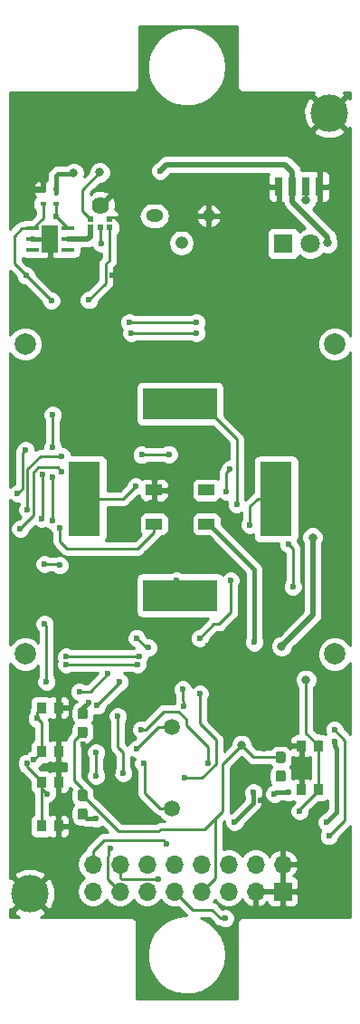
<source format=gbr>
G04 #@! TF.GenerationSoftware,KiCad,Pcbnew,6.0.0-rc1-unknown-2086226~66~ubuntu18.04.1*
G04 #@! TF.CreationDate,2018-11-28T13:28:41-06:00*
G04 #@! TF.ProjectId,liger,6c696765-722e-46b6-9963-61645f706362,rev?*
G04 #@! TF.SameCoordinates,Original*
G04 #@! TF.FileFunction,Copper,L1,Top*
G04 #@! TF.FilePolarity,Positive*
%FSLAX46Y46*%
G04 Gerber Fmt 4.6, Leading zero omitted, Abs format (unit mm)*
G04 Created by KiCad (PCBNEW 6.0.0-rc1-unknown-2086226~66~ubuntu18.04.1) date Wed 28 Nov 2018 01:28:41 PM CST*
%MOMM*%
%LPD*%
G01*
G04 APERTURE LIST*
G04 #@! TA.AperFunction,ComponentPad*
%ADD10C,3.500000*%
G04 #@! TD*
G04 #@! TA.AperFunction,SMDPad,CuDef*
%ADD11R,7.000000X3.000000*%
G04 #@! TD*
G04 #@! TA.AperFunction,SMDPad,CuDef*
%ADD12R,3.000000X7.000000*%
G04 #@! TD*
G04 #@! TA.AperFunction,ComponentPad*
%ADD13C,2.000000*%
G04 #@! TD*
G04 #@! TA.AperFunction,ComponentPad*
%ADD14O,1.200000X1.200000*%
G04 #@! TD*
G04 #@! TA.AperFunction,ComponentPad*
%ADD15O,1.600000X1.200000*%
G04 #@! TD*
G04 #@! TA.AperFunction,SMDPad,CuDef*
%ADD16R,0.900000X1.000000*%
G04 #@! TD*
G04 #@! TA.AperFunction,ComponentPad*
%ADD17C,1.800000*%
G04 #@! TD*
G04 #@! TA.AperFunction,ComponentPad*
%ADD18R,1.800000X1.800000*%
G04 #@! TD*
G04 #@! TA.AperFunction,Conductor*
%ADD19C,0.100000*%
G04 #@! TD*
G04 #@! TA.AperFunction,SMDPad,CuDef*
%ADD20C,0.950000*%
G04 #@! TD*
G04 #@! TA.AperFunction,ComponentPad*
%ADD21R,1.700000X1.700000*%
G04 #@! TD*
G04 #@! TA.AperFunction,ComponentPad*
%ADD22O,1.700000X1.700000*%
G04 #@! TD*
G04 #@! TA.AperFunction,ComponentPad*
%ADD23C,1.500000*%
G04 #@! TD*
G04 #@! TA.AperFunction,SMDPad,CuDef*
%ADD24R,0.800000X1.800000*%
G04 #@! TD*
G04 #@! TA.AperFunction,ComponentPad*
%ADD25C,1.624000*%
G04 #@! TD*
G04 #@! TA.AperFunction,SMDPad,CuDef*
%ADD26R,0.600000X0.522000*%
G04 #@! TD*
G04 #@! TA.AperFunction,SMDPad,CuDef*
%ADD27R,1.600000X2.500000*%
G04 #@! TD*
G04 #@! TA.AperFunction,SMDPad,CuDef*
%ADD28R,1.250000X0.450000*%
G04 #@! TD*
G04 #@! TA.AperFunction,SMDPad,CuDef*
%ADD29R,0.450000X0.600000*%
G04 #@! TD*
G04 #@! TA.AperFunction,SMDPad,CuDef*
%ADD30R,0.600000X0.450000*%
G04 #@! TD*
G04 #@! TA.AperFunction,SMDPad,CuDef*
%ADD31R,1.500000X1.000000*%
G04 #@! TD*
G04 #@! TA.AperFunction,ViaPad*
%ADD32C,0.600000*%
G04 #@! TD*
G04 #@! TA.AperFunction,ViaPad*
%ADD33C,1.000000*%
G04 #@! TD*
G04 #@! TA.AperFunction,ViaPad*
%ADD34C,1.200000*%
G04 #@! TD*
G04 #@! TA.AperFunction,ViaPad*
%ADD35C,0.800000*%
G04 #@! TD*
G04 #@! TA.AperFunction,Conductor*
%ADD36C,0.250000*%
G04 #@! TD*
G04 #@! TA.AperFunction,Conductor*
%ADD37C,0.400000*%
G04 #@! TD*
G04 #@! TA.AperFunction,Conductor*
%ADD38C,0.500000*%
G04 #@! TD*
G04 #@! TA.AperFunction,Conductor*
%ADD39C,0.254000*%
G04 #@! TD*
G04 APERTURE END LIST*
D10*
G04 #@! TO.P,U7,1*
G04 #@! TO.N,GND*
X133000000Y-124800000D03*
X161000000Y-51800000D03*
G04 #@! TD*
D11*
G04 #@! TO.P,U12,3*
G04 #@! TO.N,/T_UP*
X147050000Y-79000000D03*
D12*
G04 #@! TO.P,U12,1*
G04 #@! TO.N,/T_LEFT*
X138100000Y-87850000D03*
D11*
G04 #@! TO.P,U12,4*
G04 #@! TO.N,/T_DOWN*
X147050000Y-96900000D03*
D12*
G04 #@! TO.P,U12,2*
G04 #@! TO.N,/T_RIGHT*
X156050000Y-87900000D03*
D13*
G04 #@! TO.P,U12,*
G04 #@! TO.N,*
X132550000Y-73400000D03*
X161550000Y-73400000D03*
X132550000Y-102400000D03*
X161550000Y-102400000D03*
G04 #@! TD*
D14*
G04 #@! TO.P,U7,3*
G04 #@! TO.N,GND*
X149730000Y-61400000D03*
G04 #@! TO.P,U7,2*
G04 #@! TO.N,Net-(C4-Pad1)*
X147190000Y-63940000D03*
D15*
G04 #@! TO.P,U7,1*
G04 #@! TO.N,/3V3*
X144650000Y-61400000D03*
G04 #@! TD*
D16*
G04 #@! TO.P,PROG1,1*
G04 #@! TO.N,/PROG*
X134074000Y-111498600D03*
G04 #@! TO.P,PROG1,2*
G04 #@! TO.N,GND*
X135674000Y-111498600D03*
G04 #@! TO.P,PROG1,1*
G04 #@! TO.N,/PROG*
X134074000Y-107398600D03*
G04 #@! TO.P,PROG1,2*
G04 #@! TO.N,GND*
X135674000Y-107398600D03*
G04 #@! TD*
D17*
G04 #@! TO.P,D1,2*
G04 #@! TO.N,Net-(D1-Pad2)*
X159232600Y-64008000D03*
D18*
G04 #@! TO.P,D1,1*
G04 #@! TO.N,Net-(D1-Pad1)*
X156692600Y-64008000D03*
G04 #@! TD*
D19*
G04 #@! TO.N,/3V3*
G04 #@! TO.C,D2*
G36*
X156724779Y-111518144D02*
X156747834Y-111521563D01*
X156770443Y-111527227D01*
X156792387Y-111535079D01*
X156813457Y-111545044D01*
X156833448Y-111557026D01*
X156852168Y-111570910D01*
X156869438Y-111586562D01*
X156885090Y-111603832D01*
X156898974Y-111622552D01*
X156910956Y-111642543D01*
X156920921Y-111663613D01*
X156928773Y-111685557D01*
X156934437Y-111708166D01*
X156937856Y-111731221D01*
X156939000Y-111754500D01*
X156939000Y-112329500D01*
X156937856Y-112352779D01*
X156934437Y-112375834D01*
X156928773Y-112398443D01*
X156920921Y-112420387D01*
X156910956Y-112441457D01*
X156898974Y-112461448D01*
X156885090Y-112480168D01*
X156869438Y-112497438D01*
X156852168Y-112513090D01*
X156833448Y-112526974D01*
X156813457Y-112538956D01*
X156792387Y-112548921D01*
X156770443Y-112556773D01*
X156747834Y-112562437D01*
X156724779Y-112565856D01*
X156701500Y-112567000D01*
X156226500Y-112567000D01*
X156203221Y-112565856D01*
X156180166Y-112562437D01*
X156157557Y-112556773D01*
X156135613Y-112548921D01*
X156114543Y-112538956D01*
X156094552Y-112526974D01*
X156075832Y-112513090D01*
X156058562Y-112497438D01*
X156042910Y-112480168D01*
X156029026Y-112461448D01*
X156017044Y-112441457D01*
X156007079Y-112420387D01*
X155999227Y-112398443D01*
X155993563Y-112375834D01*
X155990144Y-112352779D01*
X155989000Y-112329500D01*
X155989000Y-111754500D01*
X155990144Y-111731221D01*
X155993563Y-111708166D01*
X155999227Y-111685557D01*
X156007079Y-111663613D01*
X156017044Y-111642543D01*
X156029026Y-111622552D01*
X156042910Y-111603832D01*
X156058562Y-111586562D01*
X156075832Y-111570910D01*
X156094552Y-111557026D01*
X156114543Y-111545044D01*
X156135613Y-111535079D01*
X156157557Y-111527227D01*
X156180166Y-111521563D01*
X156203221Y-111518144D01*
X156226500Y-111517000D01*
X156701500Y-111517000D01*
X156724779Y-111518144D01*
X156724779Y-111518144D01*
G37*
D20*
G04 #@! TD*
G04 #@! TO.P,D2,2*
G04 #@! TO.N,/3V3*
X156464000Y-112042000D03*
D19*
G04 #@! TO.N,Net-(D2-Pad1)*
G04 #@! TO.C,D2*
G36*
X156724779Y-113268144D02*
X156747834Y-113271563D01*
X156770443Y-113277227D01*
X156792387Y-113285079D01*
X156813457Y-113295044D01*
X156833448Y-113307026D01*
X156852168Y-113320910D01*
X156869438Y-113336562D01*
X156885090Y-113353832D01*
X156898974Y-113372552D01*
X156910956Y-113392543D01*
X156920921Y-113413613D01*
X156928773Y-113435557D01*
X156934437Y-113458166D01*
X156937856Y-113481221D01*
X156939000Y-113504500D01*
X156939000Y-114079500D01*
X156937856Y-114102779D01*
X156934437Y-114125834D01*
X156928773Y-114148443D01*
X156920921Y-114170387D01*
X156910956Y-114191457D01*
X156898974Y-114211448D01*
X156885090Y-114230168D01*
X156869438Y-114247438D01*
X156852168Y-114263090D01*
X156833448Y-114276974D01*
X156813457Y-114288956D01*
X156792387Y-114298921D01*
X156770443Y-114306773D01*
X156747834Y-114312437D01*
X156724779Y-114315856D01*
X156701500Y-114317000D01*
X156226500Y-114317000D01*
X156203221Y-114315856D01*
X156180166Y-114312437D01*
X156157557Y-114306773D01*
X156135613Y-114298921D01*
X156114543Y-114288956D01*
X156094552Y-114276974D01*
X156075832Y-114263090D01*
X156058562Y-114247438D01*
X156042910Y-114230168D01*
X156029026Y-114211448D01*
X156017044Y-114191457D01*
X156007079Y-114170387D01*
X155999227Y-114148443D01*
X155993563Y-114125834D01*
X155990144Y-114102779D01*
X155989000Y-114079500D01*
X155989000Y-113504500D01*
X155990144Y-113481221D01*
X155993563Y-113458166D01*
X155999227Y-113435557D01*
X156007079Y-113413613D01*
X156017044Y-113392543D01*
X156029026Y-113372552D01*
X156042910Y-113353832D01*
X156058562Y-113336562D01*
X156075832Y-113320910D01*
X156094552Y-113307026D01*
X156114543Y-113295044D01*
X156135613Y-113285079D01*
X156157557Y-113277227D01*
X156180166Y-113271563D01*
X156203221Y-113268144D01*
X156226500Y-113267000D01*
X156701500Y-113267000D01*
X156724779Y-113268144D01*
X156724779Y-113268144D01*
G37*
D20*
G04 #@! TD*
G04 #@! TO.P,D2,1*
G04 #@! TO.N,Net-(D2-Pad1)*
X156464000Y-113792000D03*
D19*
G04 #@! TO.N,Net-(D4-Pad1)*
G04 #@! TO.C,D4*
G36*
X138182779Y-107426144D02*
X138205834Y-107429563D01*
X138228443Y-107435227D01*
X138250387Y-107443079D01*
X138271457Y-107453044D01*
X138291448Y-107465026D01*
X138310168Y-107478910D01*
X138327438Y-107494562D01*
X138343090Y-107511832D01*
X138356974Y-107530552D01*
X138368956Y-107550543D01*
X138378921Y-107571613D01*
X138386773Y-107593557D01*
X138392437Y-107616166D01*
X138395856Y-107639221D01*
X138397000Y-107662500D01*
X138397000Y-108237500D01*
X138395856Y-108260779D01*
X138392437Y-108283834D01*
X138386773Y-108306443D01*
X138378921Y-108328387D01*
X138368956Y-108349457D01*
X138356974Y-108369448D01*
X138343090Y-108388168D01*
X138327438Y-108405438D01*
X138310168Y-108421090D01*
X138291448Y-108434974D01*
X138271457Y-108446956D01*
X138250387Y-108456921D01*
X138228443Y-108464773D01*
X138205834Y-108470437D01*
X138182779Y-108473856D01*
X138159500Y-108475000D01*
X137684500Y-108475000D01*
X137661221Y-108473856D01*
X137638166Y-108470437D01*
X137615557Y-108464773D01*
X137593613Y-108456921D01*
X137572543Y-108446956D01*
X137552552Y-108434974D01*
X137533832Y-108421090D01*
X137516562Y-108405438D01*
X137500910Y-108388168D01*
X137487026Y-108369448D01*
X137475044Y-108349457D01*
X137465079Y-108328387D01*
X137457227Y-108306443D01*
X137451563Y-108283834D01*
X137448144Y-108260779D01*
X137447000Y-108237500D01*
X137447000Y-107662500D01*
X137448144Y-107639221D01*
X137451563Y-107616166D01*
X137457227Y-107593557D01*
X137465079Y-107571613D01*
X137475044Y-107550543D01*
X137487026Y-107530552D01*
X137500910Y-107511832D01*
X137516562Y-107494562D01*
X137533832Y-107478910D01*
X137552552Y-107465026D01*
X137572543Y-107453044D01*
X137593613Y-107443079D01*
X137615557Y-107435227D01*
X137638166Y-107429563D01*
X137661221Y-107426144D01*
X137684500Y-107425000D01*
X138159500Y-107425000D01*
X138182779Y-107426144D01*
X138182779Y-107426144D01*
G37*
D20*
G04 #@! TD*
G04 #@! TO.P,D4,1*
G04 #@! TO.N,Net-(D4-Pad1)*
X137922000Y-107950000D03*
D19*
G04 #@! TO.N,/3V3*
G04 #@! TO.C,D4*
G36*
X138182779Y-109176144D02*
X138205834Y-109179563D01*
X138228443Y-109185227D01*
X138250387Y-109193079D01*
X138271457Y-109203044D01*
X138291448Y-109215026D01*
X138310168Y-109228910D01*
X138327438Y-109244562D01*
X138343090Y-109261832D01*
X138356974Y-109280552D01*
X138368956Y-109300543D01*
X138378921Y-109321613D01*
X138386773Y-109343557D01*
X138392437Y-109366166D01*
X138395856Y-109389221D01*
X138397000Y-109412500D01*
X138397000Y-109987500D01*
X138395856Y-110010779D01*
X138392437Y-110033834D01*
X138386773Y-110056443D01*
X138378921Y-110078387D01*
X138368956Y-110099457D01*
X138356974Y-110119448D01*
X138343090Y-110138168D01*
X138327438Y-110155438D01*
X138310168Y-110171090D01*
X138291448Y-110184974D01*
X138271457Y-110196956D01*
X138250387Y-110206921D01*
X138228443Y-110214773D01*
X138205834Y-110220437D01*
X138182779Y-110223856D01*
X138159500Y-110225000D01*
X137684500Y-110225000D01*
X137661221Y-110223856D01*
X137638166Y-110220437D01*
X137615557Y-110214773D01*
X137593613Y-110206921D01*
X137572543Y-110196956D01*
X137552552Y-110184974D01*
X137533832Y-110171090D01*
X137516562Y-110155438D01*
X137500910Y-110138168D01*
X137487026Y-110119448D01*
X137475044Y-110099457D01*
X137465079Y-110078387D01*
X137457227Y-110056443D01*
X137451563Y-110033834D01*
X137448144Y-110010779D01*
X137447000Y-109987500D01*
X137447000Y-109412500D01*
X137448144Y-109389221D01*
X137451563Y-109366166D01*
X137457227Y-109343557D01*
X137465079Y-109321613D01*
X137475044Y-109300543D01*
X137487026Y-109280552D01*
X137500910Y-109261832D01*
X137516562Y-109244562D01*
X137533832Y-109228910D01*
X137552552Y-109215026D01*
X137572543Y-109203044D01*
X137593613Y-109193079D01*
X137615557Y-109185227D01*
X137638166Y-109179563D01*
X137661221Y-109176144D01*
X137684500Y-109175000D01*
X138159500Y-109175000D01*
X138182779Y-109176144D01*
X138182779Y-109176144D01*
G37*
D20*
G04 #@! TD*
G04 #@! TO.P,D4,2*
G04 #@! TO.N,/3V3*
X137922000Y-109700000D03*
D19*
G04 #@! TO.N,/3V3*
G04 #@! TO.C,D5*
G36*
X138182779Y-115074144D02*
X138205834Y-115077563D01*
X138228443Y-115083227D01*
X138250387Y-115091079D01*
X138271457Y-115101044D01*
X138291448Y-115113026D01*
X138310168Y-115126910D01*
X138327438Y-115142562D01*
X138343090Y-115159832D01*
X138356974Y-115178552D01*
X138368956Y-115198543D01*
X138378921Y-115219613D01*
X138386773Y-115241557D01*
X138392437Y-115264166D01*
X138395856Y-115287221D01*
X138397000Y-115310500D01*
X138397000Y-115885500D01*
X138395856Y-115908779D01*
X138392437Y-115931834D01*
X138386773Y-115954443D01*
X138378921Y-115976387D01*
X138368956Y-115997457D01*
X138356974Y-116017448D01*
X138343090Y-116036168D01*
X138327438Y-116053438D01*
X138310168Y-116069090D01*
X138291448Y-116082974D01*
X138271457Y-116094956D01*
X138250387Y-116104921D01*
X138228443Y-116112773D01*
X138205834Y-116118437D01*
X138182779Y-116121856D01*
X138159500Y-116123000D01*
X137684500Y-116123000D01*
X137661221Y-116121856D01*
X137638166Y-116118437D01*
X137615557Y-116112773D01*
X137593613Y-116104921D01*
X137572543Y-116094956D01*
X137552552Y-116082974D01*
X137533832Y-116069090D01*
X137516562Y-116053438D01*
X137500910Y-116036168D01*
X137487026Y-116017448D01*
X137475044Y-115997457D01*
X137465079Y-115976387D01*
X137457227Y-115954443D01*
X137451563Y-115931834D01*
X137448144Y-115908779D01*
X137447000Y-115885500D01*
X137447000Y-115310500D01*
X137448144Y-115287221D01*
X137451563Y-115264166D01*
X137457227Y-115241557D01*
X137465079Y-115219613D01*
X137475044Y-115198543D01*
X137487026Y-115178552D01*
X137500910Y-115159832D01*
X137516562Y-115142562D01*
X137533832Y-115126910D01*
X137552552Y-115113026D01*
X137572543Y-115101044D01*
X137593613Y-115091079D01*
X137615557Y-115083227D01*
X137638166Y-115077563D01*
X137661221Y-115074144D01*
X137684500Y-115073000D01*
X138159500Y-115073000D01*
X138182779Y-115074144D01*
X138182779Y-115074144D01*
G37*
D20*
G04 #@! TD*
G04 #@! TO.P,D5,2*
G04 #@! TO.N,/3V3*
X137922000Y-115598000D03*
D19*
G04 #@! TO.N,Net-(D5-Pad1)*
G04 #@! TO.C,D5*
G36*
X138182779Y-116824144D02*
X138205834Y-116827563D01*
X138228443Y-116833227D01*
X138250387Y-116841079D01*
X138271457Y-116851044D01*
X138291448Y-116863026D01*
X138310168Y-116876910D01*
X138327438Y-116892562D01*
X138343090Y-116909832D01*
X138356974Y-116928552D01*
X138368956Y-116948543D01*
X138378921Y-116969613D01*
X138386773Y-116991557D01*
X138392437Y-117014166D01*
X138395856Y-117037221D01*
X138397000Y-117060500D01*
X138397000Y-117635500D01*
X138395856Y-117658779D01*
X138392437Y-117681834D01*
X138386773Y-117704443D01*
X138378921Y-117726387D01*
X138368956Y-117747457D01*
X138356974Y-117767448D01*
X138343090Y-117786168D01*
X138327438Y-117803438D01*
X138310168Y-117819090D01*
X138291448Y-117832974D01*
X138271457Y-117844956D01*
X138250387Y-117854921D01*
X138228443Y-117862773D01*
X138205834Y-117868437D01*
X138182779Y-117871856D01*
X138159500Y-117873000D01*
X137684500Y-117873000D01*
X137661221Y-117871856D01*
X137638166Y-117868437D01*
X137615557Y-117862773D01*
X137593613Y-117854921D01*
X137572543Y-117844956D01*
X137552552Y-117832974D01*
X137533832Y-117819090D01*
X137516562Y-117803438D01*
X137500910Y-117786168D01*
X137487026Y-117767448D01*
X137475044Y-117747457D01*
X137465079Y-117726387D01*
X137457227Y-117704443D01*
X137451563Y-117681834D01*
X137448144Y-117658779D01*
X137447000Y-117635500D01*
X137447000Y-117060500D01*
X137448144Y-117037221D01*
X137451563Y-117014166D01*
X137457227Y-116991557D01*
X137465079Y-116969613D01*
X137475044Y-116948543D01*
X137487026Y-116928552D01*
X137500910Y-116909832D01*
X137516562Y-116892562D01*
X137533832Y-116876910D01*
X137552552Y-116863026D01*
X137572543Y-116851044D01*
X137593613Y-116841079D01*
X137615557Y-116833227D01*
X137638166Y-116827563D01*
X137661221Y-116824144D01*
X137684500Y-116823000D01*
X138159500Y-116823000D01*
X138182779Y-116824144D01*
X138182779Y-116824144D01*
G37*
D20*
G04 #@! TD*
G04 #@! TO.P,D5,1*
G04 #@! TO.N,Net-(D5-Pad1)*
X137922000Y-117348000D03*
D16*
G04 #@! TO.P,FACTORY1,2*
G04 #@! TO.N,GND*
X158407200Y-115080000D03*
G04 #@! TO.P,FACTORY1,1*
G04 #@! TO.N,/FACTORY_RST*
X160007200Y-115080000D03*
G04 #@! TO.P,FACTORY1,2*
G04 #@! TO.N,GND*
X158407200Y-110980000D03*
G04 #@! TO.P,FACTORY1,1*
G04 #@! TO.N,/FACTORY_RST*
X160007200Y-110980000D03*
G04 #@! TD*
D21*
G04 #@! TO.P,J1,1*
G04 #@! TO.N,GND*
X156667200Y-124587000D03*
D22*
G04 #@! TO.P,J1,2*
X156667200Y-122047000D03*
G04 #@! TO.P,J1,3*
X154127200Y-124587000D03*
G04 #@! TO.P,J1,4*
G04 #@! TO.N,/V_USB*
X154127200Y-122047000D03*
G04 #@! TO.P,J1,5*
G04 #@! TO.N,/V_BAT*
X151587200Y-124587000D03*
G04 #@! TO.P,J1,6*
G04 #@! TO.N,/TXD*
X151587200Y-122047000D03*
G04 #@! TO.P,J1,7*
G04 #@! TO.N,/3V3*
X149047200Y-124587000D03*
G04 #@! TO.P,J1,8*
G04 #@! TO.N,/RXD*
X149047200Y-122047000D03*
G04 #@! TO.P,J1,9*
G04 #@! TO.N,/ZERO_DETECT*
X146507200Y-124587000D03*
G04 #@! TO.P,J1,10*
G04 #@! TO.N,/RELAY_4*
X146507200Y-122047000D03*
G04 #@! TO.P,J1,11*
G04 #@! TO.N,/I2S_WS*
X143967200Y-124587000D03*
G04 #@! TO.P,J1,12*
G04 #@! TO.N,/RELAY_3*
X143967200Y-122047000D03*
G04 #@! TO.P,J1,13*
G04 #@! TO.N,/I2S_BCLK*
X141427200Y-124587000D03*
G04 #@! TO.P,J1,14*
G04 #@! TO.N,/RELAY_2*
X141427200Y-122047000D03*
G04 #@! TO.P,J1,15*
G04 #@! TO.N,/PROG*
X138887200Y-124587000D03*
G04 #@! TO.P,J1,16*
G04 #@! TO.N,/RELAY_1*
X138887200Y-122047000D03*
G04 #@! TD*
D23*
G04 #@! TO.P,LS1,1*
G04 #@! TO.N,Net-(LS1-Pad1)*
X146253200Y-116828400D03*
G04 #@! TO.P,LS1,2*
G04 #@! TO.N,Net-(LS1-Pad2)*
X146253200Y-109228400D03*
G04 #@! TD*
D16*
G04 #@! TO.P,REBOOT1,2*
G04 #@! TO.N,GND*
X135674000Y-114383600D03*
G04 #@! TO.P,REBOOT1,1*
G04 #@! TO.N,/EN*
X134074000Y-114383600D03*
G04 #@! TO.P,REBOOT1,2*
G04 #@! TO.N,GND*
X135674000Y-118483600D03*
G04 #@! TO.P,REBOOT1,1*
G04 #@! TO.N,/EN*
X134074000Y-118483600D03*
G04 #@! TD*
D24*
G04 #@! TO.P,U2,Vs*
G04 #@! TO.N,/3V3*
X157556200Y-58674000D03*
G04 #@! TO.P,U2,GND*
G04 #@! TO.N,GND*
X156286200Y-58674000D03*
G04 #@! TO.P,U2,OUT*
G04 #@! TO.N,Net-(R3-Pad2)*
X158826200Y-58674000D03*
G04 #@! TO.P,U2,GND*
G04 #@! TO.N,GND*
X160096200Y-58674000D03*
G04 #@! TD*
D25*
G04 #@! TO.P,U3,3*
G04 #@! TO.N,GND*
X139576400Y-60426800D03*
D26*
G04 #@! TO.P,U3,2*
X140476400Y-61676800D03*
G04 #@! TO.P,U3,4*
G04 #@! TO.N,/I2S_BCLK*
X138676400Y-61676800D03*
G04 #@! TO.P,U3,5*
G04 #@! TO.N,/3V3*
X138676400Y-62496800D03*
G04 #@! TO.P,U3,6*
G04 #@! TO.N,Net-(R11-Pad2)*
X139576400Y-62496800D03*
G04 #@! TO.P,U3,1*
G04 #@! TO.N,/I2S_WS*
X140476400Y-62496800D03*
G04 #@! TD*
D27*
G04 #@! TO.P,U6,2*
G04 #@! TO.N,GND*
X134899400Y-63576200D03*
D28*
G04 #@! TO.P,U6,4*
G04 #@! TO.N,N/C*
X136549400Y-64576200D03*
G04 #@! TO.P,U6,6*
G04 #@! TO.N,/SCL*
X136549400Y-62576200D03*
G04 #@! TO.P,U6,5*
G04 #@! TO.N,/3V3*
X136549400Y-63576200D03*
G04 #@! TO.P,U6,3*
G04 #@! TO.N,N/C*
X133249400Y-64576200D03*
G04 #@! TO.P,U6,2*
G04 #@! TO.N,GND*
X133249400Y-63576200D03*
G04 #@! TO.P,U6,1*
G04 #@! TO.N,/SDA*
X133249400Y-62576200D03*
G04 #@! TD*
D29*
G04 #@! TO.P,U8,1*
G04 #@! TO.N,/3V3*
X135432800Y-59253400D03*
D30*
G04 #@! TO.P,U8,2*
G04 #@! TO.N,GND*
X134232800Y-58953400D03*
G04 #@! TO.P,U8,3*
G04 #@! TO.N,/SDA*
X134232800Y-60303400D03*
G04 #@! TO.P,U8,4*
G04 #@! TO.N,/SCL*
X135432800Y-60303400D03*
G04 #@! TO.P,U8,1*
G04 #@! TO.N,/3V3*
X135432800Y-58953400D03*
G04 #@! TD*
D31*
G04 #@! TO.P,D7,3*
G04 #@! TO.N,GND*
X144616000Y-87046000D03*
G04 #@! TO.P,D7,4*
G04 #@! TO.N,/BUTTON_LED*
X144616000Y-90246000D03*
G04 #@! TO.P,D7,2*
G04 #@! TO.N,Net-(D7-Pad2)*
X149516000Y-87046000D03*
G04 #@! TO.P,D7,1*
G04 #@! TO.N,/V_IN*
X149516000Y-90246000D03*
G04 #@! TD*
D32*
G04 #@! TO.N,GND*
X134899400Y-63576200D03*
X140716000Y-67005200D03*
X135382000Y-116332000D03*
X135382000Y-109474000D03*
X154940000Y-107696000D03*
X151130000Y-108458000D03*
X158724600Y-113258600D03*
X152654000Y-99060000D03*
D33*
X138430000Y-79756000D03*
D32*
X160020000Y-106172000D03*
X154940000Y-111252000D03*
X140785972Y-113417970D03*
X152654000Y-112968010D03*
X154624010Y-116115760D03*
X139825010Y-108712000D03*
X137871200Y-68021200D03*
D34*
X153974800Y-68935600D03*
X153517600Y-79908400D03*
X155498800Y-78638400D03*
X144322800Y-88595200D03*
X147167600Y-91592400D03*
X147167600Y-86055200D03*
D32*
X148437600Y-68681600D03*
D34*
X149650000Y-58200000D03*
D32*
X149700000Y-101600000D03*
D35*
X133100000Y-58800000D03*
D32*
X138000000Y-110800000D03*
G04 #@! TO.N,Net-(D2-Pad1)*
X156464000Y-113792000D03*
G04 #@! TO.N,Net-(D4-Pad1)*
X138500000Y-106900000D03*
G04 #@! TO.N,Net-(D5-Pad1)*
X139200000Y-117800000D03*
G04 #@! TO.N,Net-(LS1-Pad1)*
X143624979Y-112610530D03*
G04 #@! TO.N,Net-(LS1-Pad2)*
X143002000Y-111252000D03*
D35*
G04 #@! TO.N,Net-(R3-Pad2)*
X158851600Y-59944000D03*
D32*
G04 #@! TO.N,Net-(R11-Pad2)*
X139672820Y-63985510D03*
G04 #@! TO.N,/V_BAT*
X157226000Y-115316000D03*
X153924000Y-115316000D03*
X152146000Y-118110000D03*
X155892372Y-115464356D03*
G04 #@! TO.N,/3V3*
X138684000Y-63296800D03*
D35*
X152806400Y-110896400D03*
X160869000Y-63957200D03*
X156565600Y-101650800D03*
X159461200Y-91490800D03*
D32*
X145200000Y-57200000D03*
D35*
X137100000Y-57400000D03*
D32*
G04 #@! TO.N,/V_IN*
X149656800Y-112572800D03*
X143433613Y-109448787D03*
X154000000Y-101300000D03*
G04 #@! TO.N,/V_USB*
X160782000Y-118110000D03*
X161500000Y-110600000D03*
G04 #@! TO.N,/BUTTON_LED*
X135800000Y-90600000D03*
G04 #@! TO.N,/FACTORY_RST*
X158242000Y-117094000D03*
D35*
X158850000Y-104800000D03*
D32*
G04 #@! TO.N,/TXD*
X136398000Y-102616000D03*
X143242846Y-102602846D03*
X132774990Y-88896848D03*
X136002999Y-83900000D03*
G04 #@! TO.N,/RXD*
X136398000Y-103378000D03*
X132101011Y-90678000D03*
X143065410Y-103352406D03*
X136002999Y-85300000D03*
G04 #@! TO.N,/SCL*
X135432800Y-61459600D03*
G04 #@! TO.N,/SDA*
X132638800Y-67005200D03*
X135000000Y-69350000D03*
G04 #@! TO.N,/I2S_WS*
X138531600Y-69291200D03*
X141224000Y-108204000D03*
X141732000Y-113538000D03*
X131826000Y-87376000D03*
X132588000Y-83312000D03*
D35*
G04 #@! TO.N,/I2S_BCLK*
X139547600Y-57353200D03*
D32*
X140500000Y-120600000D03*
G04 #@! TO.N,/I2S_DATA_OUT*
X139300000Y-107200000D03*
X141400000Y-105000000D03*
X139200000Y-111600000D03*
X139200000Y-113800000D03*
X157600000Y-96100000D03*
X157200000Y-92100000D03*
G04 #@! TO.N,/PROG*
X134366000Y-99568000D03*
X133654800Y-108407200D03*
X133374000Y-112248600D03*
X134550000Y-104969000D03*
G04 #@! TO.N,/ZERO_DETECT*
X151282400Y-127101600D03*
X161493200Y-109474000D03*
X161000000Y-119400000D03*
G04 #@! TO.N,/IR_RX*
X148590000Y-71374000D03*
X142292010Y-71374000D03*
X134162800Y-85598000D03*
X134112000Y-89712800D03*
X134366000Y-93980000D03*
X135800000Y-94100000D03*
G04 #@! TO.N,/IR_TX*
X135128000Y-89916000D03*
X148590000Y-72390000D03*
X135128000Y-80010000D03*
X135128000Y-83058000D03*
X142494000Y-72390000D03*
X135128000Y-85852000D03*
G04 #@! TO.N,/EN*
X145999200Y-83718400D03*
X143459200Y-83769200D03*
X140309600Y-104241600D03*
X137617200Y-105918000D03*
X134569200Y-115468400D03*
X132706317Y-112590239D03*
G04 #@! TO.N,/T_UP*
X152350000Y-88350000D03*
G04 #@! TO.N,/T_DOWN*
X146720000Y-95492000D03*
G04 #@! TO.N,/T_RIGHT*
X153600000Y-90300000D03*
G04 #@! TO.N,/T_LEFT*
X142900000Y-86700000D03*
G04 #@! TO.N,/RELAY_2*
X145000000Y-123400000D03*
G04 #@! TO.N,/RELAY_4*
X151700000Y-85100000D03*
X151400000Y-87200000D03*
X151800000Y-95500000D03*
X148900000Y-100900000D03*
X148900000Y-106100000D03*
X147500000Y-114000000D03*
G04 #@! TO.N,/RELAY_1*
X147400000Y-107300000D03*
X147300000Y-105700000D03*
X144100000Y-101800000D03*
X143000000Y-100900000D03*
X145803209Y-120100645D03*
G04 #@! TD*
D36*
G04 #@! TO.N,GND*
X135674000Y-114383600D02*
X135674000Y-116040000D01*
X135674000Y-116040000D02*
X135382000Y-116332000D01*
X135674000Y-116624000D02*
X135382000Y-116332000D01*
X135674000Y-118483600D02*
X135674000Y-116624000D01*
X135674000Y-111498600D02*
X135674000Y-109766000D01*
X135674000Y-109766000D02*
X135382000Y-109474000D01*
X135674000Y-109182000D02*
X135382000Y-109474000D01*
X135674000Y-107398600D02*
X135674000Y-109182000D01*
X158407200Y-110980000D02*
X158407200Y-112941200D01*
X158407200Y-112941200D02*
X158724600Y-113258600D01*
X158407200Y-113576000D02*
X158724600Y-113258600D01*
X158407200Y-115080000D02*
X158407200Y-113576000D01*
D37*
X134079400Y-58800000D02*
X134232800Y-58953400D01*
X133100000Y-58800000D02*
X134079400Y-58800000D01*
G04 #@! TO.N,Net-(D4-Pad1)*
X137922000Y-107950000D02*
X137922000Y-107478000D01*
X137922000Y-107478000D02*
X138500000Y-106900000D01*
G04 #@! TO.N,Net-(D5-Pad1)*
X138374000Y-117800000D02*
X137922000Y-117348000D01*
X139200000Y-117800000D02*
X138374000Y-117800000D01*
D36*
G04 #@! TO.N,Net-(LS1-Pad1)*
X143624979Y-112636979D02*
X143624979Y-112610530D01*
X143764000Y-113200264D02*
X143764000Y-112776000D01*
X143764000Y-115399860D02*
X143764000Y-113200264D01*
X143764000Y-112776000D02*
X143624979Y-112636979D01*
X145192540Y-116828400D02*
X143764000Y-115399860D01*
X146253200Y-116828400D02*
X145192540Y-116828400D01*
G04 #@! TO.N,Net-(LS1-Pad2)*
X145025600Y-109228400D02*
X146253200Y-109228400D01*
X143002000Y-111252000D02*
X145025600Y-109228400D01*
G04 #@! TO.N,Net-(R3-Pad2)*
X158851600Y-58699400D02*
X158826200Y-58674000D01*
X158851600Y-59944000D02*
X158851600Y-58699400D01*
G04 #@! TO.N,Net-(R11-Pad2)*
X139576400Y-62496800D02*
X139576400Y-63889090D01*
X139576400Y-63889090D02*
X139672820Y-63985510D01*
D37*
G04 #@! TO.N,/V_BAT*
X153924000Y-116332000D02*
X152146000Y-118110000D01*
X157226000Y-115316000D02*
X156040728Y-115316000D01*
X156040728Y-115316000D02*
X155892372Y-115464356D01*
X153924000Y-115316000D02*
X153924000Y-116332000D01*
G04 #@! TO.N,/3V3*
X135432800Y-59253400D02*
X135432800Y-57669400D01*
X135432800Y-57669400D02*
X135647400Y-57454800D01*
D38*
X138676400Y-62496800D02*
X138676400Y-63289200D01*
X138676400Y-63289200D02*
X138684000Y-63296800D01*
X138404600Y-63576200D02*
X138684000Y-63296800D01*
X136549400Y-63576200D02*
X138404600Y-63576200D01*
D36*
X153952000Y-112042000D02*
X152806400Y-110896400D01*
X156464000Y-112042000D02*
X153952000Y-112042000D01*
X151028400Y-112674400D02*
X151028400Y-117094000D01*
X152806400Y-110896400D02*
X151028400Y-112674400D01*
X137922000Y-114973000D02*
X137160000Y-114211000D01*
X137922000Y-115598000D02*
X137922000Y-114973000D01*
X137160000Y-110462000D02*
X137922000Y-109700000D01*
X137160000Y-114211000D02*
X137160000Y-110462000D01*
X151028400Y-117094000D02*
X150317200Y-117805200D01*
X150317200Y-117805200D02*
X150317200Y-123317000D01*
D38*
X157556200Y-60078715D02*
X157556200Y-58674000D01*
X160869000Y-63391515D02*
X157556200Y-60078715D01*
X160869000Y-63957200D02*
X160869000Y-63391515D01*
X156565600Y-101650800D02*
X159461200Y-98755200D01*
X159461200Y-98755200D02*
X159461200Y-91490800D01*
X157556200Y-57274000D02*
X156882200Y-56600000D01*
X157556200Y-58674000D02*
X157556200Y-57274000D01*
X156882200Y-56600000D02*
X145800000Y-56600000D01*
X145800000Y-56600000D02*
X145200000Y-57200000D01*
D37*
X135647400Y-57454800D02*
X137045200Y-57454800D01*
X137045200Y-57454800D02*
X137100000Y-57400000D01*
D36*
X150317200Y-123317000D02*
X149047200Y-124587000D01*
X138421072Y-116097072D02*
X137922000Y-115598000D01*
X145229802Y-118821200D02*
X145076001Y-118975001D01*
X145076001Y-118975001D02*
X141299001Y-118975001D01*
X151028400Y-117094000D02*
X149301200Y-118821200D01*
X141299001Y-118975001D02*
X138421072Y-116097072D01*
X149301200Y-118821200D02*
X145229802Y-118821200D01*
G04 #@! TO.N,/V_IN*
X147622201Y-109080399D02*
X147622201Y-108449097D01*
X149656800Y-112572800D02*
X149656800Y-111114998D01*
X149656800Y-111114998D02*
X147622201Y-109080399D01*
X146919904Y-107746800D02*
X145542000Y-107746800D01*
X147622201Y-108449097D02*
X146919904Y-107746800D01*
X145542000Y-107746800D02*
X143840013Y-109448787D01*
X143840013Y-109448787D02*
X143433613Y-109448787D01*
D37*
X154000000Y-94480000D02*
X149766000Y-90246000D01*
X149766000Y-90246000D02*
X149516000Y-90246000D01*
X154000000Y-101300000D02*
X154000000Y-94480000D01*
G04 #@! TO.N,/V_USB*
X161724990Y-117167010D02*
X160782000Y-118110000D01*
X161724990Y-111249254D02*
X161724990Y-117167010D01*
X161500000Y-111024264D02*
X161724990Y-111249254D01*
X161500000Y-110600000D02*
X161500000Y-111024264D01*
D36*
G04 #@! TO.N,/BUTTON_LED*
X144616000Y-90996000D02*
X143112000Y-92500000D01*
X144616000Y-90246000D02*
X144616000Y-90996000D01*
X143112000Y-92500000D02*
X136450000Y-92500000D01*
X136450000Y-92500000D02*
X135800000Y-91850000D01*
X135800000Y-91850000D02*
X135800000Y-90600000D01*
G04 #@! TO.N,/FACTORY_RST*
X158242000Y-116895200D02*
X158242000Y-117094000D01*
X160007200Y-115130000D02*
X158242000Y-116895200D01*
X160007200Y-115080000D02*
X160007200Y-115130000D01*
X160007200Y-110980000D02*
X160007200Y-115080000D01*
X160007200Y-110980000D02*
X160007200Y-110502800D01*
X158850000Y-109772800D02*
X158850000Y-104800000D01*
X160007200Y-110980000D02*
X160007200Y-110930000D01*
X160007200Y-110930000D02*
X158850000Y-109772800D01*
G04 #@! TO.N,/TXD*
X143229692Y-102616000D02*
X143242846Y-102602846D01*
X136398000Y-102616000D02*
X143229692Y-102616000D01*
X132774990Y-85099310D02*
X132774990Y-88896848D01*
X136002999Y-83900000D02*
X133974300Y-83900000D01*
X133974300Y-83900000D02*
X132774990Y-85099310D01*
G04 #@! TO.N,/RXD*
X133350000Y-89429011D02*
X132101011Y-90678000D01*
X143039816Y-103378000D02*
X143065410Y-103352406D01*
X136398000Y-103378000D02*
X143039816Y-103378000D01*
X133474400Y-85219600D02*
X133480400Y-85219600D01*
X133480400Y-85219600D02*
X133800000Y-84900000D01*
X133350000Y-85344000D02*
X133350000Y-89429011D01*
X133474400Y-85219600D02*
X133350000Y-85344000D01*
X133800000Y-84900000D02*
X135602999Y-84900000D01*
X135602999Y-84900000D02*
X136002999Y-85300000D01*
G04 #@! TO.N,/SCL*
X135432800Y-61459600D02*
X136549400Y-62576200D01*
X135432800Y-60303400D02*
X135432800Y-61459600D01*
X136549400Y-62576200D02*
X136949400Y-62576200D01*
G04 #@! TO.N,/SDA*
X134232800Y-61592800D02*
X133249400Y-62576200D01*
X134232800Y-60303400D02*
X134232800Y-61592800D01*
X132241800Y-62576200D02*
X131526001Y-63291999D01*
X133249400Y-62576200D02*
X132241800Y-62576200D01*
X131526001Y-63291999D02*
X131526001Y-65892401D01*
X131526001Y-65892401D02*
X132638800Y-67005200D01*
X132655200Y-67005200D02*
X132638800Y-67005200D01*
X135000000Y-69350000D02*
X132655200Y-67005200D01*
G04 #@! TO.N,/I2S_WS*
X140476400Y-62496800D02*
X140476400Y-65568400D01*
X140090999Y-67731801D02*
X138531600Y-69291200D01*
X140476400Y-65568400D02*
X140090999Y-65953801D01*
X140090999Y-65953801D02*
X140090999Y-67731801D01*
X141224000Y-108204000D02*
X141224000Y-111087002D01*
X141732000Y-111595002D02*
X141732000Y-113538000D01*
X141224000Y-111087002D02*
X141732000Y-111595002D01*
X132288001Y-86913999D02*
X131826000Y-87376000D01*
X132588000Y-83312000D02*
X132288001Y-83611999D01*
X132288001Y-83611999D02*
X132288001Y-86913999D01*
G04 #@! TO.N,/I2S_BCLK*
X141427200Y-124779800D02*
X141427200Y-124587000D01*
X141935200Y-124587000D02*
X141427200Y-124587000D01*
X138637400Y-61676800D02*
X138676400Y-61676800D01*
X137922000Y-60961400D02*
X138637400Y-61676800D01*
X137922000Y-58978800D02*
X137922000Y-60961400D01*
X139547600Y-57353200D02*
X137922000Y-58978800D01*
X140302199Y-121297801D02*
X140400000Y-121200000D01*
X140302199Y-123461999D02*
X140302199Y-121297801D01*
X141427200Y-124587000D02*
X140302199Y-123461999D01*
X140400000Y-121200000D02*
X140400000Y-120700000D01*
X140400000Y-120700000D02*
X140500000Y-120600000D01*
G04 #@! TO.N,/I2S_DATA_OUT*
X139300000Y-107200000D02*
X141400000Y-105100000D01*
X139200000Y-113800000D02*
X139200000Y-111600000D01*
X141400000Y-105100000D02*
X141400000Y-105000000D01*
X157600000Y-96100000D02*
X157600000Y-92500000D01*
X157600000Y-92500000D02*
X157200000Y-92100000D01*
G04 #@! TO.N,/PROG*
X134074000Y-108826400D02*
X133654800Y-108407200D01*
X134074000Y-111498600D02*
X134074000Y-108826400D01*
X133654800Y-107817800D02*
X134074000Y-107398600D01*
X133654800Y-108407200D02*
X133654800Y-107817800D01*
X134074000Y-111498600D02*
X134074000Y-111548600D01*
X134074000Y-111548600D02*
X133374000Y-112248600D01*
X134550000Y-99752000D02*
X134366000Y-99568000D01*
X134550000Y-104969000D02*
X134550000Y-99752000D01*
G04 #@! TO.N,/ZERO_DETECT*
X161000000Y-119400000D02*
X162500000Y-117900000D01*
X162500000Y-110480800D02*
X161493200Y-109474000D01*
X162500000Y-117900000D02*
X162500000Y-110480800D01*
X150858136Y-127101600D02*
X150056536Y-126300000D01*
X151282400Y-127101600D02*
X150858136Y-127101600D01*
X148220200Y-126300000D02*
X146507200Y-124587000D01*
X150056536Y-126300000D02*
X148220200Y-126300000D01*
G04 #@! TO.N,/IR_RX*
X148590000Y-71374000D02*
X142292010Y-71374000D01*
X134162800Y-85598000D02*
X134162800Y-89662000D01*
X134162800Y-89662000D02*
X134112000Y-89712800D01*
X134366000Y-93980000D02*
X135680000Y-93980000D01*
X135680000Y-93980000D02*
X135800000Y-94100000D01*
G04 #@! TO.N,/IR_TX*
X135128000Y-80010000D02*
X135128000Y-83058000D01*
X148590000Y-72390000D02*
X142494000Y-72390000D01*
X135128000Y-85852000D02*
X135128000Y-89916000D01*
G04 #@! TO.N,/EN*
X134074000Y-114383600D02*
X134074000Y-118483600D01*
X145999200Y-83718400D02*
X143510000Y-83718400D01*
X143510000Y-83718400D02*
X143459200Y-83769200D01*
X140309600Y-104241600D02*
X138633200Y-105918000D01*
X138633200Y-105918000D02*
X137617200Y-105918000D01*
X134074000Y-114383600D02*
X134074000Y-114973200D01*
X134074000Y-114973200D02*
X134569200Y-115468400D01*
X134074000Y-114333600D02*
X132706317Y-112965917D01*
X132706317Y-112965917D02*
X132706317Y-112590239D01*
X134074000Y-114383600D02*
X134074000Y-114333600D01*
G04 #@! TO.N,/T_UP*
X152350000Y-82300000D02*
X149050000Y-79000000D01*
X149050000Y-79000000D02*
X147050000Y-79000000D01*
X152350000Y-88350000D02*
X152350000Y-82300000D01*
G04 #@! TO.N,/T_RIGHT*
X153600000Y-88600000D02*
X153600000Y-90300000D01*
X156050000Y-87900000D02*
X154300000Y-87900000D01*
X154300000Y-87900000D02*
X153600000Y-88600000D01*
G04 #@! TO.N,/T_LEFT*
X141750000Y-87850000D02*
X138100000Y-87850000D01*
X142900000Y-86700000D02*
X141750000Y-87850000D01*
G04 #@! TO.N,/RELAY_2*
X141427200Y-123249081D02*
X141427200Y-122047000D01*
X141578119Y-123400000D02*
X141427200Y-123249081D01*
X145000000Y-123400000D02*
X141578119Y-123400000D01*
G04 #@! TO.N,/RELAY_4*
X151700000Y-85100000D02*
X151400000Y-85400000D01*
X151400000Y-85400000D02*
X151400000Y-87200000D01*
X151800000Y-95500000D02*
X151800000Y-98500000D01*
X151800000Y-98500000D02*
X150700000Y-99600000D01*
X150700000Y-99600000D02*
X150200000Y-99600000D01*
X150200000Y-99600000D02*
X148900000Y-100900000D01*
X148900000Y-106100000D02*
X148900000Y-108900000D01*
X148900000Y-108900000D02*
X149083001Y-109083001D01*
X149083001Y-109083001D02*
X150400000Y-110400000D01*
X149080602Y-114000000D02*
X147500000Y-114000000D01*
X150400000Y-110400000D02*
X150400000Y-112680602D01*
X150400000Y-112680602D02*
X149080602Y-114000000D01*
G04 #@! TO.N,/RELAY_1*
X147400000Y-106875736D02*
X147300000Y-106775736D01*
X147400000Y-107300000D02*
X147400000Y-106875736D01*
X147300000Y-106775736D02*
X147300000Y-105700000D01*
X144100000Y-101800000D02*
X143900000Y-101800000D01*
X143900000Y-101800000D02*
X143000000Y-100900000D01*
X138887200Y-122047000D02*
X138887200Y-120844919D01*
X139931473Y-119800646D02*
X145503210Y-119800646D01*
X145503210Y-119800646D02*
X145803209Y-120100645D01*
X138887200Y-120844919D02*
X139931473Y-119800646D01*
G04 #@! TD*
D39*
G04 #@! TO.N,GND*
G36*
X152383028Y-43837842D02*
X152383029Y-43837847D01*
X152383028Y-49173350D01*
X152370589Y-49235466D01*
X152383028Y-49298426D01*
X152383028Y-49298842D01*
X152395196Y-49360018D01*
X152419552Y-49483294D01*
X152419788Y-49483648D01*
X152419871Y-49484066D01*
X152490020Y-49589051D01*
X152559629Y-49693519D01*
X152559981Y-49693755D01*
X152560219Y-49694111D01*
X152665344Y-49764354D01*
X152769491Y-49834138D01*
X152769907Y-49834221D01*
X152770263Y-49834459D01*
X152894317Y-49859135D01*
X152954668Y-49871220D01*
X152955078Y-49871221D01*
X153018028Y-49883742D01*
X153080166Y-49871382D01*
X159609633Y-49879815D01*
X159485077Y-50105472D01*
X161000000Y-51620395D01*
X162514923Y-50105472D01*
X162392351Y-49883408D01*
X162990001Y-49884180D01*
X162990001Y-50448169D01*
X162694528Y-50285077D01*
X161179605Y-51800000D01*
X162694528Y-53314923D01*
X162990001Y-53151831D01*
X162990001Y-72604008D01*
X162936086Y-72473847D01*
X162476153Y-72013914D01*
X161875222Y-71765000D01*
X161224778Y-71765000D01*
X160623847Y-72013914D01*
X160163914Y-72473847D01*
X159915000Y-73074778D01*
X159915000Y-73725222D01*
X160163914Y-74326153D01*
X160623847Y-74786086D01*
X161224778Y-75035000D01*
X161875222Y-75035000D01*
X162476153Y-74786086D01*
X162936086Y-74326153D01*
X162990001Y-74195992D01*
X162990000Y-101604008D01*
X162936086Y-101473847D01*
X162476153Y-101013914D01*
X161875222Y-100765000D01*
X161224778Y-100765000D01*
X160623847Y-101013914D01*
X160163914Y-101473847D01*
X159915000Y-102074778D01*
X159915000Y-102725222D01*
X160163914Y-103326153D01*
X160623847Y-103786086D01*
X161224778Y-104035000D01*
X161875222Y-104035000D01*
X162476153Y-103786086D01*
X162936086Y-103326153D01*
X162990000Y-103195992D01*
X162990000Y-109894164D01*
X162984473Y-109890471D01*
X162428200Y-109334199D01*
X162428200Y-109288017D01*
X162285855Y-108944365D01*
X162022835Y-108681345D01*
X161679183Y-108539000D01*
X161307217Y-108539000D01*
X160963565Y-108681345D01*
X160700545Y-108944365D01*
X160558200Y-109288017D01*
X160558200Y-109659983D01*
X160645171Y-109869949D01*
X160457200Y-109832560D01*
X160372078Y-109832560D01*
X160303737Y-109786896D01*
X160007200Y-109727911D01*
X159901031Y-109749029D01*
X159610000Y-109457999D01*
X159610000Y-105503711D01*
X159727431Y-105386280D01*
X159885000Y-105005874D01*
X159885000Y-104594126D01*
X159727431Y-104213720D01*
X159436280Y-103922569D01*
X159055874Y-103765000D01*
X158644126Y-103765000D01*
X158263720Y-103922569D01*
X157972569Y-104213720D01*
X157815000Y-104594126D01*
X157815000Y-105005874D01*
X157972569Y-105386280D01*
X158090001Y-105503712D01*
X158090000Y-109697953D01*
X158075112Y-109772800D01*
X158089474Y-109845000D01*
X157830891Y-109845000D01*
X157597502Y-109941673D01*
X157418873Y-110120301D01*
X157322200Y-110353690D01*
X157322200Y-110694250D01*
X157480950Y-110853000D01*
X158280200Y-110853000D01*
X158280200Y-110833000D01*
X158534200Y-110833000D01*
X158534200Y-110853000D01*
X158554200Y-110853000D01*
X158554200Y-111107000D01*
X158534200Y-111107000D01*
X158534200Y-111956250D01*
X158692950Y-112115000D01*
X158983509Y-112115000D01*
X159216898Y-112018327D01*
X159218098Y-112017127D01*
X159247200Y-112036573D01*
X159247201Y-114023427D01*
X159218098Y-114042873D01*
X159216898Y-114041673D01*
X158983509Y-113945000D01*
X158692950Y-113945000D01*
X158534200Y-114103750D01*
X158534200Y-114953000D01*
X158554200Y-114953000D01*
X158554200Y-115207000D01*
X158534200Y-115207000D01*
X158534200Y-115227000D01*
X158280200Y-115227000D01*
X158280200Y-115207000D01*
X158260200Y-115207000D01*
X158260200Y-114953000D01*
X158280200Y-114953000D01*
X158280200Y-114103750D01*
X158121450Y-113945000D01*
X157830891Y-113945000D01*
X157597502Y-114041673D01*
X157586440Y-114052735D01*
X157586440Y-113504500D01*
X157519078Y-113165848D01*
X157352803Y-112917000D01*
X157519078Y-112668152D01*
X157586440Y-112329500D01*
X157586440Y-112007265D01*
X157597502Y-112018327D01*
X157830891Y-112115000D01*
X158121450Y-112115000D01*
X158280200Y-111956250D01*
X158280200Y-111107000D01*
X157480950Y-111107000D01*
X157380099Y-111207851D01*
X157327247Y-111128753D01*
X157040152Y-110936922D01*
X156701500Y-110869560D01*
X156226500Y-110869560D01*
X155887848Y-110936922D01*
X155600753Y-111128753D01*
X155498356Y-111282000D01*
X154266802Y-111282000D01*
X153841400Y-110856599D01*
X153841400Y-110690526D01*
X153683831Y-110310120D01*
X153392680Y-110018969D01*
X153012274Y-109861400D01*
X152600526Y-109861400D01*
X152220120Y-110018969D01*
X151928969Y-110310120D01*
X151771400Y-110690526D01*
X151771400Y-110856598D01*
X151160000Y-111467999D01*
X151160000Y-110474848D01*
X151174888Y-110400000D01*
X151160000Y-110325152D01*
X151160000Y-110325148D01*
X151115904Y-110103463D01*
X151115904Y-110103462D01*
X150990329Y-109915527D01*
X150947929Y-109852071D01*
X150884473Y-109809671D01*
X149673332Y-108598531D01*
X149673330Y-108598528D01*
X149660000Y-108585198D01*
X149660000Y-106662290D01*
X149692655Y-106629635D01*
X149835000Y-106285983D01*
X149835000Y-105914017D01*
X149692655Y-105570365D01*
X149429635Y-105307345D01*
X149085983Y-105165000D01*
X148714017Y-105165000D01*
X148370365Y-105307345D01*
X148214115Y-105463595D01*
X148092655Y-105170365D01*
X147829635Y-104907345D01*
X147485983Y-104765000D01*
X147114017Y-104765000D01*
X146770365Y-104907345D01*
X146507345Y-105170365D01*
X146365000Y-105514017D01*
X146365000Y-105885983D01*
X146507345Y-106229635D01*
X146540000Y-106262290D01*
X146540000Y-106700889D01*
X146525112Y-106775736D01*
X146540000Y-106850583D01*
X146540000Y-106850587D01*
X146551068Y-106906230D01*
X146517695Y-106986800D01*
X145616846Y-106986800D01*
X145541999Y-106971912D01*
X145467152Y-106986800D01*
X145467148Y-106986800D01*
X145245463Y-107030896D01*
X144994071Y-107198871D01*
X144951671Y-107262327D01*
X143676600Y-108537399D01*
X143619596Y-108513787D01*
X143247630Y-108513787D01*
X142903978Y-108656132D01*
X142640958Y-108919152D01*
X142498613Y-109262804D01*
X142498613Y-109634770D01*
X142640958Y-109978422D01*
X142903978Y-110241442D01*
X142927863Y-110251336D01*
X142862199Y-110317000D01*
X142816017Y-110317000D01*
X142472365Y-110459345D01*
X142209345Y-110722365D01*
X142128747Y-110916947D01*
X141984000Y-110772200D01*
X141984000Y-108766290D01*
X142016655Y-108733635D01*
X142159000Y-108389983D01*
X142159000Y-108018017D01*
X142016655Y-107674365D01*
X141753635Y-107411345D01*
X141409983Y-107269000D01*
X141038017Y-107269000D01*
X140694365Y-107411345D01*
X140431345Y-107674365D01*
X140289000Y-108018017D01*
X140289000Y-108389983D01*
X140431345Y-108733635D01*
X140464000Y-108766290D01*
X140464001Y-111012150D01*
X140449112Y-111087002D01*
X140508097Y-111383539D01*
X140599378Y-111520150D01*
X140676072Y-111634931D01*
X140739527Y-111677330D01*
X140972000Y-111909804D01*
X140972001Y-112975709D01*
X140939345Y-113008365D01*
X140797000Y-113352017D01*
X140797000Y-113723983D01*
X140939345Y-114067635D01*
X141202365Y-114330655D01*
X141546017Y-114473000D01*
X141917983Y-114473000D01*
X142261635Y-114330655D01*
X142524655Y-114067635D01*
X142667000Y-113723983D01*
X142667000Y-113352017D01*
X142524655Y-113008365D01*
X142492000Y-112975710D01*
X142492000Y-112052788D01*
X142792422Y-112177227D01*
X142689979Y-112424547D01*
X142689979Y-112796513D01*
X142832324Y-113140165D01*
X143004001Y-113311842D01*
X143004000Y-115325013D01*
X142989112Y-115399860D01*
X143004000Y-115474707D01*
X143004000Y-115474711D01*
X143048096Y-115696396D01*
X143216071Y-115947789D01*
X143279530Y-115990191D01*
X144602211Y-117312873D01*
X144644611Y-117376329D01*
X144896003Y-117544304D01*
X145064506Y-117577822D01*
X145079053Y-117612940D01*
X145468660Y-118002547D01*
X145610261Y-118061200D01*
X145304648Y-118061200D01*
X145229801Y-118046312D01*
X145154954Y-118061200D01*
X145154950Y-118061200D01*
X144933265Y-118105296D01*
X144769080Y-118215001D01*
X141613803Y-118215001D01*
X139044440Y-115645639D01*
X139044440Y-115310500D01*
X138977078Y-114971848D01*
X138785247Y-114684753D01*
X138529069Y-114513580D01*
X138512329Y-114488527D01*
X138469929Y-114425071D01*
X138406473Y-114382671D01*
X137920000Y-113896199D01*
X137920000Y-111414017D01*
X138265000Y-111414017D01*
X138265000Y-111785983D01*
X138407345Y-112129635D01*
X138440001Y-112162291D01*
X138440000Y-113237710D01*
X138407345Y-113270365D01*
X138265000Y-113614017D01*
X138265000Y-113985983D01*
X138407345Y-114329635D01*
X138670365Y-114592655D01*
X139014017Y-114735000D01*
X139385983Y-114735000D01*
X139729635Y-114592655D01*
X139992655Y-114329635D01*
X140135000Y-113985983D01*
X140135000Y-113614017D01*
X139992655Y-113270365D01*
X139960000Y-113237710D01*
X139960000Y-112162290D01*
X139992655Y-112129635D01*
X140135000Y-111785983D01*
X140135000Y-111414017D01*
X139992655Y-111070365D01*
X139729635Y-110807345D01*
X139385983Y-110665000D01*
X139014017Y-110665000D01*
X138670365Y-110807345D01*
X138407345Y-111070365D01*
X138265000Y-111414017D01*
X137920000Y-111414017D01*
X137920000Y-110872440D01*
X138159500Y-110872440D01*
X138498152Y-110805078D01*
X138785247Y-110613247D01*
X138977078Y-110326152D01*
X139044440Y-109987500D01*
X139044440Y-109412500D01*
X138977078Y-109073848D01*
X138810803Y-108825000D01*
X138977078Y-108576152D01*
X139044440Y-108237500D01*
X139044440Y-108106180D01*
X139114017Y-108135000D01*
X139485983Y-108135000D01*
X139829635Y-107992655D01*
X140092655Y-107729635D01*
X140235000Y-107385983D01*
X140235000Y-107339801D01*
X141677859Y-105896944D01*
X141929635Y-105792655D01*
X142192655Y-105529635D01*
X142335000Y-105185983D01*
X142335000Y-104814017D01*
X142192655Y-104470365D01*
X141929635Y-104207345D01*
X141762221Y-104138000D01*
X142528714Y-104138000D01*
X142535775Y-104145061D01*
X142879427Y-104287406D01*
X143251393Y-104287406D01*
X143595045Y-104145061D01*
X143858065Y-103882041D01*
X144000410Y-103538389D01*
X144000410Y-103167572D01*
X144035501Y-103132481D01*
X144177846Y-102788829D01*
X144177846Y-102735000D01*
X144285983Y-102735000D01*
X144629635Y-102592655D01*
X144892655Y-102329635D01*
X145035000Y-101985983D01*
X145035000Y-101614017D01*
X144892655Y-101270365D01*
X144629635Y-101007345D01*
X144285983Y-100865000D01*
X144039802Y-100865000D01*
X143935000Y-100760199D01*
X143935000Y-100714017D01*
X143792655Y-100370365D01*
X143529635Y-100107345D01*
X143185983Y-99965000D01*
X142814017Y-99965000D01*
X142470365Y-100107345D01*
X142207345Y-100370365D01*
X142065000Y-100714017D01*
X142065000Y-101085983D01*
X142207345Y-101429635D01*
X142470365Y-101692655D01*
X142733667Y-101801718D01*
X142713211Y-101810191D01*
X142667402Y-101856000D01*
X136960290Y-101856000D01*
X136927635Y-101823345D01*
X136583983Y-101681000D01*
X136212017Y-101681000D01*
X135868365Y-101823345D01*
X135605345Y-102086365D01*
X135463000Y-102430017D01*
X135463000Y-102801983D01*
X135543779Y-102997000D01*
X135463000Y-103192017D01*
X135463000Y-103563983D01*
X135605345Y-103907635D01*
X135868365Y-104170655D01*
X136212017Y-104313000D01*
X136583983Y-104313000D01*
X136927635Y-104170655D01*
X136960290Y-104138000D01*
X139338398Y-104138000D01*
X138318399Y-105158000D01*
X138179490Y-105158000D01*
X138146835Y-105125345D01*
X137803183Y-104983000D01*
X137431217Y-104983000D01*
X137087565Y-105125345D01*
X136824545Y-105388365D01*
X136682200Y-105732017D01*
X136682200Y-106103983D01*
X136824545Y-106447635D01*
X137087565Y-106710655D01*
X137383809Y-106833363D01*
X137375268Y-106839070D01*
X137345848Y-106844922D01*
X137058753Y-107036753D01*
X136866922Y-107323848D01*
X136799560Y-107662500D01*
X136799560Y-108237500D01*
X136866922Y-108576152D01*
X137033197Y-108825000D01*
X136866922Y-109073848D01*
X136799560Y-109412500D01*
X136799560Y-109747639D01*
X136675528Y-109871671D01*
X136612072Y-109914071D01*
X136569672Y-109977527D01*
X136569671Y-109977528D01*
X136444097Y-110165463D01*
X136392934Y-110422677D01*
X136250309Y-110363600D01*
X135959750Y-110363600D01*
X135801000Y-110522350D01*
X135801000Y-111371600D01*
X135821000Y-111371600D01*
X135821000Y-111625600D01*
X135801000Y-111625600D01*
X135801000Y-112474850D01*
X135959750Y-112633600D01*
X136250309Y-112633600D01*
X136400000Y-112571596D01*
X136400000Y-113310604D01*
X136250309Y-113248600D01*
X135959750Y-113248600D01*
X135801000Y-113407350D01*
X135801000Y-114256600D01*
X135821000Y-114256600D01*
X135821000Y-114510600D01*
X135801000Y-114510600D01*
X135801000Y-115359850D01*
X135959750Y-115518600D01*
X136250309Y-115518600D01*
X136483698Y-115421927D01*
X136662327Y-115243299D01*
X136759000Y-115009910D01*
X136759000Y-114884801D01*
X136863459Y-114989260D01*
X136799560Y-115310500D01*
X136799560Y-115885500D01*
X136866922Y-116224152D01*
X137033197Y-116473000D01*
X136866922Y-116721848D01*
X136799560Y-117060500D01*
X136799560Y-117635500D01*
X136866922Y-117974152D01*
X137058753Y-118261247D01*
X137345848Y-118453078D01*
X137684500Y-118520440D01*
X137949255Y-118520440D01*
X138048199Y-118586552D01*
X138291763Y-118635000D01*
X138374000Y-118651358D01*
X138456237Y-118635000D01*
X138772595Y-118635000D01*
X139014017Y-118735000D01*
X139385983Y-118735000D01*
X139729635Y-118592655D01*
X139785744Y-118536546D01*
X140289844Y-119040646D01*
X140006319Y-119040646D01*
X139931472Y-119025758D01*
X139856625Y-119040646D01*
X139856621Y-119040646D01*
X139634936Y-119084742D01*
X139383544Y-119252717D01*
X139341144Y-119316173D01*
X138402728Y-120254590D01*
X138339272Y-120296990D01*
X138296872Y-120360446D01*
X138296871Y-120360447D01*
X138171297Y-120548382D01*
X138127487Y-120768630D01*
X137816575Y-120976375D01*
X137488361Y-121467582D01*
X137373108Y-122047000D01*
X137488361Y-122626418D01*
X137816575Y-123117625D01*
X138114961Y-123317000D01*
X137816575Y-123516375D01*
X137488361Y-124007582D01*
X137373108Y-124587000D01*
X137488361Y-125166418D01*
X137816575Y-125657625D01*
X138307782Y-125985839D01*
X138740944Y-126072000D01*
X139033456Y-126072000D01*
X139466618Y-125985839D01*
X139957825Y-125657625D01*
X140157200Y-125359239D01*
X140356575Y-125657625D01*
X140847782Y-125985839D01*
X141280944Y-126072000D01*
X141573456Y-126072000D01*
X142006618Y-125985839D01*
X142497825Y-125657625D01*
X142697200Y-125359239D01*
X142896575Y-125657625D01*
X143387782Y-125985839D01*
X143820944Y-126072000D01*
X144113456Y-126072000D01*
X144546618Y-125985839D01*
X145037825Y-125657625D01*
X145237200Y-125359239D01*
X145436575Y-125657625D01*
X145927782Y-125985839D01*
X146360944Y-126072000D01*
X146653456Y-126072000D01*
X146873608Y-126028209D01*
X147629870Y-126784472D01*
X147653796Y-126820279D01*
X147405418Y-126808783D01*
X146560142Y-126967736D01*
X145774105Y-127316881D01*
X145089470Y-127837489D01*
X144542964Y-128501633D01*
X144163903Y-129273689D01*
X143972619Y-130112239D01*
X143979374Y-130972304D01*
X144183805Y-131807747D01*
X144574947Y-132573753D01*
X145131818Y-133229232D01*
X145824545Y-133739022D01*
X146615970Y-134075777D01*
X147463638Y-134221433D01*
X148322079Y-134168176D01*
X149145244Y-133918864D01*
X149888976Y-133486870D01*
X150513381Y-132895367D01*
X150984963Y-132176084D01*
X151278426Y-131367607D01*
X151378028Y-130513302D01*
X151377570Y-130454972D01*
X151264561Y-129602337D01*
X150958435Y-128798569D01*
X150475613Y-128086782D01*
X149841995Y-127505160D01*
X149091569Y-127084901D01*
X149004442Y-127060000D01*
X149741735Y-127060000D01*
X150267807Y-127586073D01*
X150310207Y-127649529D01*
X150561599Y-127817504D01*
X150704424Y-127845914D01*
X150752765Y-127894255D01*
X151096417Y-128036600D01*
X151468383Y-128036600D01*
X151812035Y-127894255D01*
X152075055Y-127631235D01*
X152217400Y-127287583D01*
X152217400Y-126915617D01*
X152075055Y-126571965D01*
X151812035Y-126308945D01*
X151468383Y-126166600D01*
X151096417Y-126166600D01*
X151026781Y-126195444D01*
X150646867Y-125815530D01*
X150604465Y-125752071D01*
X150353073Y-125584096D01*
X150188790Y-125551418D01*
X150317200Y-125359239D01*
X150516575Y-125657625D01*
X151007782Y-125985839D01*
X151440944Y-126072000D01*
X151733456Y-126072000D01*
X152166618Y-125985839D01*
X152657825Y-125657625D01*
X152871043Y-125338522D01*
X152932017Y-125468358D01*
X153360276Y-125858645D01*
X153770310Y-126028476D01*
X154000200Y-125907155D01*
X154000200Y-124714000D01*
X154254200Y-124714000D01*
X154254200Y-125907155D01*
X154484090Y-126028476D01*
X154894124Y-125858645D01*
X155192064Y-125587122D01*
X155278873Y-125796698D01*
X155457501Y-125975327D01*
X155690890Y-126072000D01*
X156381450Y-126072000D01*
X156540200Y-125913250D01*
X156540200Y-124714000D01*
X156794200Y-124714000D01*
X156794200Y-125913250D01*
X156952950Y-126072000D01*
X157643510Y-126072000D01*
X157876899Y-125975327D01*
X158055527Y-125796698D01*
X158152200Y-125563309D01*
X158152200Y-124872750D01*
X157993450Y-124714000D01*
X156794200Y-124714000D01*
X156540200Y-124714000D01*
X154254200Y-124714000D01*
X154000200Y-124714000D01*
X153980200Y-124714000D01*
X153980200Y-124460000D01*
X154000200Y-124460000D01*
X154000200Y-124440000D01*
X154254200Y-124440000D01*
X154254200Y-124460000D01*
X156540200Y-124460000D01*
X156540200Y-122174000D01*
X156794200Y-122174000D01*
X156794200Y-124460000D01*
X157993450Y-124460000D01*
X158152200Y-124301250D01*
X158152200Y-123610691D01*
X158055527Y-123377302D01*
X157876899Y-123198673D01*
X157662992Y-123110070D01*
X157862383Y-122928358D01*
X158108686Y-122403892D01*
X157988019Y-122174000D01*
X156794200Y-122174000D01*
X156540200Y-122174000D01*
X156520200Y-122174000D01*
X156520200Y-121920000D01*
X156540200Y-121920000D01*
X156540200Y-120726845D01*
X156794200Y-120726845D01*
X156794200Y-121920000D01*
X157988019Y-121920000D01*
X158108686Y-121690108D01*
X157862383Y-121165642D01*
X157434124Y-120775355D01*
X157024090Y-120605524D01*
X156794200Y-120726845D01*
X156540200Y-120726845D01*
X156310310Y-120605524D01*
X155900276Y-120775355D01*
X155472017Y-121165642D01*
X155411043Y-121295478D01*
X155197825Y-120976375D01*
X154706618Y-120648161D01*
X154273456Y-120562000D01*
X153980944Y-120562000D01*
X153547782Y-120648161D01*
X153056575Y-120976375D01*
X152857200Y-121274761D01*
X152657825Y-120976375D01*
X152166618Y-120648161D01*
X151733456Y-120562000D01*
X151440944Y-120562000D01*
X151077200Y-120634353D01*
X151077200Y-118120002D01*
X151211000Y-117986202D01*
X151211000Y-118295983D01*
X151353345Y-118639635D01*
X151616365Y-118902655D01*
X151960017Y-119045000D01*
X152331983Y-119045000D01*
X152675635Y-118902655D01*
X152938655Y-118639635D01*
X153038656Y-118398212D01*
X154456283Y-116980585D01*
X154526001Y-116934001D01*
X154710552Y-116657801D01*
X154759000Y-116414237D01*
X154775358Y-116332000D01*
X154759000Y-116249763D01*
X154759000Y-115743405D01*
X154859000Y-115501983D01*
X154859000Y-115130017D01*
X154716655Y-114786365D01*
X154453635Y-114523345D01*
X154109983Y-114381000D01*
X153738017Y-114381000D01*
X153394365Y-114523345D01*
X153131345Y-114786365D01*
X152989000Y-115130017D01*
X152989000Y-115501983D01*
X153089000Y-115743406D01*
X153089001Y-115986132D01*
X151857788Y-117217344D01*
X151771658Y-117253021D01*
X151788400Y-117168852D01*
X151788400Y-117168848D01*
X151803288Y-117094000D01*
X151788400Y-117019152D01*
X151788400Y-112989201D01*
X152806400Y-111971202D01*
X153361671Y-112526473D01*
X153404071Y-112589929D01*
X153655463Y-112757904D01*
X153877148Y-112802000D01*
X153877152Y-112802000D01*
X153951999Y-112816888D01*
X154026846Y-112802000D01*
X155498356Y-112802000D01*
X155575197Y-112917000D01*
X155408922Y-113165848D01*
X155341560Y-113504500D01*
X155341560Y-114079500D01*
X155408922Y-114418152D01*
X155531602Y-114601755D01*
X155362737Y-114671701D01*
X155099717Y-114934721D01*
X154957372Y-115278373D01*
X154957372Y-115650339D01*
X155099717Y-115993991D01*
X155362737Y-116257011D01*
X155706389Y-116399356D01*
X156078355Y-116399356D01*
X156422007Y-116257011D01*
X156528018Y-116151000D01*
X156798595Y-116151000D01*
X157040017Y-116251000D01*
X157411983Y-116251000D01*
X157664893Y-116146241D01*
X157830891Y-116215000D01*
X157847399Y-116215000D01*
X157795482Y-116266917D01*
X157712365Y-116301345D01*
X157449345Y-116564365D01*
X157307000Y-116908017D01*
X157307000Y-117279983D01*
X157449345Y-117623635D01*
X157712365Y-117886655D01*
X158056017Y-118029000D01*
X158427983Y-118029000D01*
X158771635Y-117886655D01*
X159034655Y-117623635D01*
X159177000Y-117279983D01*
X159177000Y-117035001D01*
X159984562Y-116227440D01*
X160457200Y-116227440D01*
X160704965Y-116178157D01*
X160889991Y-116054526D01*
X160889991Y-116821141D01*
X160493788Y-117217344D01*
X160252365Y-117317345D01*
X159989345Y-117580365D01*
X159847000Y-117924017D01*
X159847000Y-118295983D01*
X159989345Y-118639635D01*
X160213710Y-118864000D01*
X160207345Y-118870365D01*
X160065000Y-119214017D01*
X160065000Y-119585983D01*
X160207345Y-119929635D01*
X160470365Y-120192655D01*
X160814017Y-120335000D01*
X161185983Y-120335000D01*
X161529635Y-120192655D01*
X161792655Y-119929635D01*
X161935000Y-119585983D01*
X161935000Y-119539802D01*
X162984476Y-118490327D01*
X162990000Y-118486636D01*
X162990000Y-126964719D01*
X153080711Y-126960330D01*
X153018028Y-126947862D01*
X152892935Y-126972744D01*
X152770528Y-126997036D01*
X152770407Y-126997116D01*
X152770264Y-126997145D01*
X152665183Y-127067358D01*
X152560422Y-127137291D01*
X152560341Y-127137412D01*
X152560220Y-127137493D01*
X152490397Y-127241990D01*
X152419981Y-127347273D01*
X152419952Y-127347417D01*
X152419872Y-127347537D01*
X152395359Y-127470774D01*
X152370589Y-127595016D01*
X152383029Y-127657702D01*
X152383028Y-134580302D01*
X142985028Y-134580302D01*
X142985028Y-127657716D01*
X142997468Y-127595046D01*
X142973017Y-127472378D01*
X142948185Y-127347537D01*
X142948111Y-127347427D01*
X142948086Y-127347300D01*
X142878861Y-127243788D01*
X142874452Y-127237189D01*
X142867333Y-127201399D01*
X142839803Y-127160197D01*
X142809461Y-127139923D01*
X142807837Y-127137493D01*
X142807727Y-127137419D01*
X142807655Y-127137312D01*
X142703454Y-127067746D01*
X142597792Y-126997145D01*
X142597664Y-126997119D01*
X142597555Y-126997047D01*
X142475027Y-126972726D01*
X142350028Y-126947862D01*
X142287359Y-126960328D01*
X134024472Y-126963603D01*
X134324636Y-126839271D01*
X134514923Y-126494528D01*
X133000000Y-124979605D01*
X131485077Y-126494528D01*
X131675364Y-126839271D01*
X131988928Y-126964410D01*
X131135000Y-126964748D01*
X131135000Y-126220828D01*
X131305472Y-126314923D01*
X132820395Y-124800000D01*
X133179605Y-124800000D01*
X134694528Y-126314923D01*
X135039271Y-126124636D01*
X135390956Y-125243409D01*
X135378641Y-124294677D01*
X135039271Y-123475364D01*
X134694528Y-123285077D01*
X133179605Y-124800000D01*
X132820395Y-124800000D01*
X131305472Y-123285077D01*
X131135000Y-123379172D01*
X131135000Y-123105472D01*
X131485077Y-123105472D01*
X133000000Y-124620395D01*
X134514923Y-123105472D01*
X134324636Y-122760729D01*
X133443409Y-122409044D01*
X132494677Y-122421359D01*
X131675364Y-122760729D01*
X131485077Y-123105472D01*
X131135000Y-123105472D01*
X131135000Y-112404256D01*
X131771317Y-112404256D01*
X131771317Y-112776222D01*
X131913662Y-113119874D01*
X131974068Y-113180280D01*
X131990413Y-113262453D01*
X132158388Y-113513846D01*
X132221847Y-113556248D01*
X132976560Y-114310962D01*
X132976560Y-114883600D01*
X133025843Y-115131365D01*
X133166191Y-115341409D01*
X133314000Y-115440173D01*
X133314001Y-117427027D01*
X133166191Y-117525791D01*
X133025843Y-117735835D01*
X132976560Y-117983600D01*
X132976560Y-118983600D01*
X133025843Y-119231365D01*
X133166191Y-119441409D01*
X133376235Y-119581757D01*
X133624000Y-119631040D01*
X134524000Y-119631040D01*
X134771765Y-119581757D01*
X134863102Y-119520727D01*
X134864302Y-119521927D01*
X135097691Y-119618600D01*
X135388250Y-119618600D01*
X135547000Y-119459850D01*
X135547000Y-118610600D01*
X135801000Y-118610600D01*
X135801000Y-119459850D01*
X135959750Y-119618600D01*
X136250309Y-119618600D01*
X136483698Y-119521927D01*
X136662327Y-119343299D01*
X136759000Y-119109910D01*
X136759000Y-118769350D01*
X136600250Y-118610600D01*
X135801000Y-118610600D01*
X135547000Y-118610600D01*
X135527000Y-118610600D01*
X135527000Y-118356600D01*
X135547000Y-118356600D01*
X135547000Y-117507350D01*
X135801000Y-117507350D01*
X135801000Y-118356600D01*
X136600250Y-118356600D01*
X136759000Y-118197850D01*
X136759000Y-117857290D01*
X136662327Y-117623901D01*
X136483698Y-117445273D01*
X136250309Y-117348600D01*
X135959750Y-117348600D01*
X135801000Y-117507350D01*
X135547000Y-117507350D01*
X135388250Y-117348600D01*
X135097691Y-117348600D01*
X134864302Y-117445273D01*
X134863102Y-117446473D01*
X134834000Y-117427027D01*
X134834000Y-116370753D01*
X135098835Y-116261055D01*
X135361855Y-115998035D01*
X135504200Y-115654383D01*
X135504200Y-115402650D01*
X135547000Y-115359850D01*
X135547000Y-114510600D01*
X135527000Y-114510600D01*
X135527000Y-114256600D01*
X135547000Y-114256600D01*
X135547000Y-113407350D01*
X135388250Y-113248600D01*
X135097691Y-113248600D01*
X134864302Y-113345273D01*
X134863102Y-113346473D01*
X134771765Y-113285443D01*
X134524000Y-113236160D01*
X134051362Y-113236160D01*
X133870275Y-113055073D01*
X133903635Y-113041255D01*
X134166655Y-112778235D01*
X134221412Y-112646040D01*
X134524000Y-112646040D01*
X134771765Y-112596757D01*
X134863102Y-112535727D01*
X134864302Y-112536927D01*
X135097691Y-112633600D01*
X135388250Y-112633600D01*
X135547000Y-112474850D01*
X135547000Y-111625600D01*
X135527000Y-111625600D01*
X135527000Y-111371600D01*
X135547000Y-111371600D01*
X135547000Y-110522350D01*
X135388250Y-110363600D01*
X135097691Y-110363600D01*
X134864302Y-110460273D01*
X134863102Y-110461473D01*
X134834000Y-110442027D01*
X134834000Y-108901246D01*
X134848888Y-108826399D01*
X134834000Y-108751552D01*
X134834000Y-108751548D01*
X134789904Y-108529863D01*
X134768250Y-108497456D01*
X134771765Y-108496757D01*
X134863102Y-108435727D01*
X134864302Y-108436927D01*
X135097691Y-108533600D01*
X135388250Y-108533600D01*
X135547000Y-108374850D01*
X135547000Y-107525600D01*
X135801000Y-107525600D01*
X135801000Y-108374850D01*
X135959750Y-108533600D01*
X136250309Y-108533600D01*
X136483698Y-108436927D01*
X136662327Y-108258299D01*
X136759000Y-108024910D01*
X136759000Y-107684350D01*
X136600250Y-107525600D01*
X135801000Y-107525600D01*
X135547000Y-107525600D01*
X135527000Y-107525600D01*
X135527000Y-107271600D01*
X135547000Y-107271600D01*
X135547000Y-106422350D01*
X135801000Y-106422350D01*
X135801000Y-107271600D01*
X136600250Y-107271600D01*
X136759000Y-107112850D01*
X136759000Y-106772290D01*
X136662327Y-106538901D01*
X136483698Y-106360273D01*
X136250309Y-106263600D01*
X135959750Y-106263600D01*
X135801000Y-106422350D01*
X135547000Y-106422350D01*
X135388250Y-106263600D01*
X135097691Y-106263600D01*
X134864302Y-106360273D01*
X134863102Y-106361473D01*
X134771765Y-106300443D01*
X134524000Y-106251160D01*
X133624000Y-106251160D01*
X133376235Y-106300443D01*
X133166191Y-106440791D01*
X133025843Y-106650835D01*
X132976560Y-106898600D01*
X132976560Y-107464895D01*
X132938896Y-107521263D01*
X132894800Y-107742948D01*
X132894800Y-107742953D01*
X132879912Y-107817800D01*
X132886880Y-107852830D01*
X132862145Y-107877565D01*
X132719800Y-108221217D01*
X132719800Y-108593183D01*
X132862145Y-108936835D01*
X133125165Y-109199855D01*
X133314001Y-109278073D01*
X133314000Y-110442027D01*
X133166191Y-110540791D01*
X133025843Y-110750835D01*
X132976560Y-110998600D01*
X132976560Y-111401188D01*
X132844365Y-111455945D01*
X132645071Y-111655239D01*
X132520334Y-111655239D01*
X132176682Y-111797584D01*
X131913662Y-112060604D01*
X131771317Y-112404256D01*
X131135000Y-112404256D01*
X131135000Y-103256348D01*
X131163914Y-103326153D01*
X131623847Y-103786086D01*
X132224778Y-104035000D01*
X132875222Y-104035000D01*
X133476153Y-103786086D01*
X133790000Y-103472239D01*
X133790000Y-104406710D01*
X133757345Y-104439365D01*
X133615000Y-104783017D01*
X133615000Y-105154983D01*
X133757345Y-105498635D01*
X134020365Y-105761655D01*
X134364017Y-105904000D01*
X134735983Y-105904000D01*
X135079635Y-105761655D01*
X135342655Y-105498635D01*
X135485000Y-105154983D01*
X135485000Y-104783017D01*
X135342655Y-104439365D01*
X135310000Y-104406710D01*
X135310000Y-99826846D01*
X135324888Y-99751999D01*
X135310000Y-99677152D01*
X135310000Y-99677148D01*
X135301000Y-99631902D01*
X135301000Y-99382017D01*
X135158655Y-99038365D01*
X134895635Y-98775345D01*
X134551983Y-98633000D01*
X134180017Y-98633000D01*
X133836365Y-98775345D01*
X133573345Y-99038365D01*
X133431000Y-99382017D01*
X133431000Y-99753983D01*
X133573345Y-100097635D01*
X133790001Y-100314291D01*
X133790001Y-101327762D01*
X133476153Y-101013914D01*
X132875222Y-100765000D01*
X132224778Y-100765000D01*
X131623847Y-101013914D01*
X131163914Y-101473847D01*
X131135000Y-101543652D01*
X131135000Y-95400000D01*
X142902560Y-95400000D01*
X142902560Y-98400000D01*
X142951843Y-98647765D01*
X143092191Y-98857809D01*
X143302235Y-98998157D01*
X143550000Y-99047440D01*
X149659002Y-99047440D01*
X149652071Y-99052071D01*
X149609671Y-99115527D01*
X148760199Y-99965000D01*
X148714017Y-99965000D01*
X148370365Y-100107345D01*
X148107345Y-100370365D01*
X147965000Y-100714017D01*
X147965000Y-101085983D01*
X148107345Y-101429635D01*
X148370365Y-101692655D01*
X148714017Y-101835000D01*
X149085983Y-101835000D01*
X149429635Y-101692655D01*
X149692655Y-101429635D01*
X149835000Y-101085983D01*
X149835000Y-101039801D01*
X150514802Y-100360000D01*
X150625153Y-100360000D01*
X150700000Y-100374888D01*
X150774847Y-100360000D01*
X150774852Y-100360000D01*
X150996537Y-100315904D01*
X151247929Y-100147929D01*
X151290331Y-100084470D01*
X152284473Y-99090329D01*
X152347929Y-99047929D01*
X152515904Y-98796537D01*
X152560000Y-98574852D01*
X152560000Y-98574847D01*
X152574888Y-98500000D01*
X152560000Y-98425153D01*
X152560000Y-96062290D01*
X152592655Y-96029635D01*
X152735000Y-95685983D01*
X152735000Y-95314017D01*
X152592655Y-94970365D01*
X152329635Y-94707345D01*
X151985983Y-94565000D01*
X151614017Y-94565000D01*
X151270365Y-94707345D01*
X151018908Y-94958802D01*
X151007809Y-94942191D01*
X150797765Y-94801843D01*
X150550000Y-94752560D01*
X147302850Y-94752560D01*
X147249635Y-94699345D01*
X146905983Y-94557000D01*
X146534017Y-94557000D01*
X146190365Y-94699345D01*
X146137150Y-94752560D01*
X143550000Y-94752560D01*
X143302235Y-94801843D01*
X143092191Y-94942191D01*
X142951843Y-95152235D01*
X142902560Y-95400000D01*
X131135000Y-95400000D01*
X131135000Y-93794017D01*
X133431000Y-93794017D01*
X133431000Y-94165983D01*
X133573345Y-94509635D01*
X133836365Y-94772655D01*
X134180017Y-94915000D01*
X134551983Y-94915000D01*
X134895635Y-94772655D01*
X134928290Y-94740000D01*
X135117710Y-94740000D01*
X135270365Y-94892655D01*
X135614017Y-95035000D01*
X135985983Y-95035000D01*
X136329635Y-94892655D01*
X136592655Y-94629635D01*
X136735000Y-94285983D01*
X136735000Y-93914017D01*
X136592655Y-93570365D01*
X136329635Y-93307345D01*
X135985983Y-93165000D01*
X135614017Y-93165000D01*
X135481235Y-93220000D01*
X134928290Y-93220000D01*
X134895635Y-93187345D01*
X134551983Y-93045000D01*
X134180017Y-93045000D01*
X133836365Y-93187345D01*
X133573345Y-93450365D01*
X133431000Y-93794017D01*
X131135000Y-93794017D01*
X131135000Y-88007290D01*
X131296365Y-88168655D01*
X131640017Y-88311000D01*
X132011983Y-88311000D01*
X132014991Y-88309754D01*
X132014991Y-88334557D01*
X131982335Y-88367213D01*
X131839990Y-88710865D01*
X131839990Y-89082831D01*
X131982335Y-89426483D01*
X132130031Y-89574179D01*
X131961210Y-89743000D01*
X131915028Y-89743000D01*
X131571376Y-89885345D01*
X131308356Y-90148365D01*
X131166011Y-90492017D01*
X131166011Y-90863983D01*
X131308356Y-91207635D01*
X131571376Y-91470655D01*
X131915028Y-91613000D01*
X132286994Y-91613000D01*
X132630646Y-91470655D01*
X132893666Y-91207635D01*
X133036011Y-90863983D01*
X133036011Y-90817801D01*
X133465361Y-90388451D01*
X133582365Y-90505455D01*
X133926017Y-90647800D01*
X134297983Y-90647800D01*
X134467354Y-90577644D01*
X134598365Y-90708655D01*
X134881558Y-90825957D01*
X135007345Y-91129635D01*
X135040001Y-91162291D01*
X135040000Y-91775153D01*
X135025112Y-91850000D01*
X135040000Y-91924847D01*
X135040000Y-91924851D01*
X135084096Y-92146536D01*
X135252071Y-92397929D01*
X135315530Y-92440331D01*
X135859671Y-92984473D01*
X135902071Y-93047929D01*
X135965527Y-93090329D01*
X136153462Y-93215904D01*
X136201605Y-93225480D01*
X136375148Y-93260000D01*
X136375152Y-93260000D01*
X136450000Y-93274888D01*
X136524848Y-93260000D01*
X143037153Y-93260000D01*
X143112000Y-93274888D01*
X143186847Y-93260000D01*
X143186852Y-93260000D01*
X143408537Y-93215904D01*
X143659929Y-93047929D01*
X143702331Y-92984470D01*
X145100473Y-91586329D01*
X145163929Y-91543929D01*
X145264483Y-91393440D01*
X145366000Y-91393440D01*
X145613765Y-91344157D01*
X145823809Y-91203809D01*
X145964157Y-90993765D01*
X146013440Y-90746000D01*
X146013440Y-89746000D01*
X148118560Y-89746000D01*
X148118560Y-90746000D01*
X148167843Y-90993765D01*
X148308191Y-91203809D01*
X148518235Y-91344157D01*
X148766000Y-91393440D01*
X149732573Y-91393440D01*
X153165001Y-94825869D01*
X153165000Y-100872595D01*
X153065000Y-101114017D01*
X153065000Y-101485983D01*
X153207345Y-101829635D01*
X153470365Y-102092655D01*
X153814017Y-102235000D01*
X154185983Y-102235000D01*
X154529635Y-102092655D01*
X154792655Y-101829635D01*
X154935000Y-101485983D01*
X154935000Y-101444926D01*
X155530600Y-101444926D01*
X155530600Y-101856674D01*
X155688169Y-102237080D01*
X155979320Y-102528231D01*
X156359726Y-102685800D01*
X156771474Y-102685800D01*
X157151880Y-102528231D01*
X157443031Y-102237080D01*
X157593031Y-101874947D01*
X160025356Y-99442623D01*
X160099249Y-99393249D01*
X160159243Y-99303463D01*
X160294852Y-99100510D01*
X160307213Y-99038365D01*
X160346200Y-98842365D01*
X160346200Y-98842361D01*
X160363537Y-98755200D01*
X160346200Y-98668039D01*
X160346200Y-92058807D01*
X160496200Y-91696674D01*
X160496200Y-91284926D01*
X160338631Y-90904520D01*
X160047480Y-90613369D01*
X159667074Y-90455800D01*
X159255326Y-90455800D01*
X158874920Y-90613369D01*
X158583769Y-90904520D01*
X158426200Y-91284926D01*
X158426200Y-91696674D01*
X158576201Y-92058809D01*
X158576200Y-98388621D01*
X156341453Y-100623369D01*
X155979320Y-100773369D01*
X155688169Y-101064520D01*
X155530600Y-101444926D01*
X154935000Y-101444926D01*
X154935000Y-101114017D01*
X154835000Y-100872595D01*
X154835000Y-94562232D01*
X154851357Y-94479999D01*
X154835000Y-94397766D01*
X154835000Y-94397763D01*
X154786552Y-94154199D01*
X154602001Y-93877999D01*
X154532283Y-93831415D01*
X150913440Y-90212573D01*
X150913440Y-89746000D01*
X150864157Y-89498235D01*
X150723809Y-89288191D01*
X150513765Y-89147843D01*
X150266000Y-89098560D01*
X148766000Y-89098560D01*
X148518235Y-89147843D01*
X148308191Y-89288191D01*
X148167843Y-89498235D01*
X148118560Y-89746000D01*
X146013440Y-89746000D01*
X145964157Y-89498235D01*
X145823809Y-89288191D01*
X145613765Y-89147843D01*
X145366000Y-89098560D01*
X143866000Y-89098560D01*
X143618235Y-89147843D01*
X143408191Y-89288191D01*
X143267843Y-89498235D01*
X143218560Y-89746000D01*
X143218560Y-90746000D01*
X143267843Y-90993765D01*
X143378230Y-91158969D01*
X142797199Y-91740000D01*
X140103118Y-91740000D01*
X140198157Y-91597765D01*
X140247440Y-91350000D01*
X140247440Y-88610000D01*
X141675153Y-88610000D01*
X141750000Y-88624888D01*
X141824847Y-88610000D01*
X141824852Y-88610000D01*
X142046537Y-88565904D01*
X142297929Y-88397929D01*
X142340331Y-88334470D01*
X143039802Y-87635000D01*
X143085983Y-87635000D01*
X143231000Y-87574932D01*
X143231000Y-87672310D01*
X143327673Y-87905699D01*
X143506302Y-88084327D01*
X143739691Y-88181000D01*
X144330250Y-88181000D01*
X144489000Y-88022250D01*
X144489000Y-87173000D01*
X144743000Y-87173000D01*
X144743000Y-88022250D01*
X144901750Y-88181000D01*
X145492309Y-88181000D01*
X145725698Y-88084327D01*
X145904327Y-87905699D01*
X146001000Y-87672310D01*
X146001000Y-87331750D01*
X145842250Y-87173000D01*
X144743000Y-87173000D01*
X144489000Y-87173000D01*
X144469000Y-87173000D01*
X144469000Y-86919000D01*
X144489000Y-86919000D01*
X144489000Y-86069750D01*
X144743000Y-86069750D01*
X144743000Y-86919000D01*
X145842250Y-86919000D01*
X146001000Y-86760250D01*
X146001000Y-86419690D01*
X145904327Y-86186301D01*
X145725698Y-86007673D01*
X145492309Y-85911000D01*
X144901750Y-85911000D01*
X144743000Y-86069750D01*
X144489000Y-86069750D01*
X144330250Y-85911000D01*
X143739691Y-85911000D01*
X143523033Y-86000743D01*
X143429635Y-85907345D01*
X143085983Y-85765000D01*
X142714017Y-85765000D01*
X142370365Y-85907345D01*
X142107345Y-86170365D01*
X141965000Y-86514017D01*
X141965000Y-86560198D01*
X141435199Y-87090000D01*
X140247440Y-87090000D01*
X140247440Y-84350000D01*
X140198157Y-84102235D01*
X140057809Y-83892191D01*
X139847765Y-83751843D01*
X139600000Y-83702560D01*
X136933253Y-83702560D01*
X136883820Y-83583217D01*
X142524200Y-83583217D01*
X142524200Y-83955183D01*
X142666545Y-84298835D01*
X142929565Y-84561855D01*
X143273217Y-84704200D01*
X143645183Y-84704200D01*
X143988835Y-84561855D01*
X144072290Y-84478400D01*
X145436910Y-84478400D01*
X145469565Y-84511055D01*
X145813217Y-84653400D01*
X146185183Y-84653400D01*
X146528835Y-84511055D01*
X146791855Y-84248035D01*
X146934200Y-83904383D01*
X146934200Y-83532417D01*
X146791855Y-83188765D01*
X146528835Y-82925745D01*
X146185183Y-82783400D01*
X145813217Y-82783400D01*
X145469565Y-82925745D01*
X145436910Y-82958400D01*
X143945029Y-82958400D01*
X143645183Y-82834200D01*
X143273217Y-82834200D01*
X142929565Y-82976545D01*
X142666545Y-83239565D01*
X142524200Y-83583217D01*
X136883820Y-83583217D01*
X136795654Y-83370365D01*
X136532634Y-83107345D01*
X136188982Y-82965000D01*
X136063000Y-82965000D01*
X136063000Y-82872017D01*
X135920655Y-82528365D01*
X135888000Y-82495710D01*
X135888000Y-80572290D01*
X135920655Y-80539635D01*
X136063000Y-80195983D01*
X136063000Y-79824017D01*
X135920655Y-79480365D01*
X135657635Y-79217345D01*
X135313983Y-79075000D01*
X134942017Y-79075000D01*
X134598365Y-79217345D01*
X134335345Y-79480365D01*
X134193000Y-79824017D01*
X134193000Y-80195983D01*
X134335345Y-80539635D01*
X134368000Y-80572290D01*
X134368001Y-82495709D01*
X134335345Y-82528365D01*
X134193000Y-82872017D01*
X134193000Y-83140000D01*
X134049146Y-83140000D01*
X133974299Y-83125112D01*
X133899452Y-83140000D01*
X133899448Y-83140000D01*
X133677763Y-83184096D01*
X133615202Y-83225898D01*
X133523000Y-83287505D01*
X133523000Y-83126017D01*
X133380655Y-82782365D01*
X133117635Y-82519345D01*
X132773983Y-82377000D01*
X132402017Y-82377000D01*
X132058365Y-82519345D01*
X131795345Y-82782365D01*
X131653000Y-83126017D01*
X131653000Y-83194383D01*
X131572097Y-83315463D01*
X131528001Y-83537148D01*
X131528001Y-83537152D01*
X131513113Y-83611999D01*
X131528001Y-83686846D01*
X131528002Y-86487398D01*
X131296365Y-86583345D01*
X131135000Y-86744710D01*
X131135000Y-77500000D01*
X142902560Y-77500000D01*
X142902560Y-80500000D01*
X142951843Y-80747765D01*
X143092191Y-80957809D01*
X143302235Y-81098157D01*
X143550000Y-81147440D01*
X150122639Y-81147440D01*
X151590001Y-82614803D01*
X151590001Y-84165000D01*
X151514017Y-84165000D01*
X151170365Y-84307345D01*
X150907345Y-84570365D01*
X150765000Y-84914017D01*
X150765000Y-84982382D01*
X150684096Y-85103464D01*
X150640000Y-85325149D01*
X150640000Y-85325153D01*
X150625112Y-85400000D01*
X150640000Y-85474847D01*
X150640000Y-86032191D01*
X150513765Y-85947843D01*
X150266000Y-85898560D01*
X148766000Y-85898560D01*
X148518235Y-85947843D01*
X148308191Y-86088191D01*
X148167843Y-86298235D01*
X148118560Y-86546000D01*
X148118560Y-87546000D01*
X148167843Y-87793765D01*
X148308191Y-88003809D01*
X148518235Y-88144157D01*
X148766000Y-88193440D01*
X150266000Y-88193440D01*
X150513765Y-88144157D01*
X150723809Y-88003809D01*
X150786979Y-87909269D01*
X150870365Y-87992655D01*
X151214017Y-88135000D01*
X151427019Y-88135000D01*
X151415000Y-88164017D01*
X151415000Y-88535983D01*
X151557345Y-88879635D01*
X151820365Y-89142655D01*
X152164017Y-89285000D01*
X152535983Y-89285000D01*
X152840000Y-89159072D01*
X152840001Y-89737709D01*
X152807345Y-89770365D01*
X152665000Y-90114017D01*
X152665000Y-90485983D01*
X152807345Y-90829635D01*
X153070365Y-91092655D01*
X153414017Y-91235000D01*
X153785983Y-91235000D01*
X153902560Y-91186712D01*
X153902560Y-91400000D01*
X153951843Y-91647765D01*
X154092191Y-91857809D01*
X154302235Y-91998157D01*
X154550000Y-92047440D01*
X156265000Y-92047440D01*
X156265000Y-92285983D01*
X156407345Y-92629635D01*
X156670365Y-92892655D01*
X156840001Y-92962920D01*
X156840000Y-95537710D01*
X156807345Y-95570365D01*
X156665000Y-95914017D01*
X156665000Y-96285983D01*
X156807345Y-96629635D01*
X157070365Y-96892655D01*
X157414017Y-97035000D01*
X157785983Y-97035000D01*
X158129635Y-96892655D01*
X158392655Y-96629635D01*
X158535000Y-96285983D01*
X158535000Y-95914017D01*
X158392655Y-95570365D01*
X158360000Y-95537710D01*
X158360000Y-92574846D01*
X158374888Y-92499999D01*
X158360000Y-92425152D01*
X158360000Y-92425148D01*
X158315904Y-92203463D01*
X158147929Y-91952071D01*
X158135000Y-91943432D01*
X158135000Y-91914017D01*
X158071954Y-91761810D01*
X158148157Y-91647765D01*
X158197440Y-91400000D01*
X158197440Y-84400000D01*
X158148157Y-84152235D01*
X158007809Y-83942191D01*
X157797765Y-83801843D01*
X157550000Y-83752560D01*
X154550000Y-83752560D01*
X154302235Y-83801843D01*
X154092191Y-83942191D01*
X153951843Y-84152235D01*
X153902560Y-84400000D01*
X153902560Y-87251517D01*
X153815526Y-87309671D01*
X153815524Y-87309673D01*
X153752071Y-87352071D01*
X153709672Y-87415525D01*
X153190156Y-87935043D01*
X153142655Y-87820365D01*
X153110000Y-87787710D01*
X153110000Y-82374848D01*
X153124888Y-82300000D01*
X153110000Y-82225152D01*
X153110000Y-82225148D01*
X153065904Y-82003463D01*
X153065904Y-82003462D01*
X152940329Y-81815527D01*
X152897929Y-81752071D01*
X152834473Y-81709671D01*
X151197440Y-80072639D01*
X151197440Y-77500000D01*
X151148157Y-77252235D01*
X151007809Y-77042191D01*
X150797765Y-76901843D01*
X150550000Y-76852560D01*
X143550000Y-76852560D01*
X143302235Y-76901843D01*
X143092191Y-77042191D01*
X142951843Y-77252235D01*
X142902560Y-77500000D01*
X131135000Y-77500000D01*
X131135000Y-74256348D01*
X131163914Y-74326153D01*
X131623847Y-74786086D01*
X132224778Y-75035000D01*
X132875222Y-75035000D01*
X133476153Y-74786086D01*
X133936086Y-74326153D01*
X134185000Y-73725222D01*
X134185000Y-73074778D01*
X133936086Y-72473847D01*
X133476153Y-72013914D01*
X132875222Y-71765000D01*
X132224778Y-71765000D01*
X131623847Y-72013914D01*
X131163914Y-72473847D01*
X131135000Y-72543652D01*
X131135000Y-71188017D01*
X141357010Y-71188017D01*
X141357010Y-71559983D01*
X141499355Y-71903635D01*
X141629510Y-72033790D01*
X141559000Y-72204017D01*
X141559000Y-72575983D01*
X141701345Y-72919635D01*
X141964365Y-73182655D01*
X142308017Y-73325000D01*
X142679983Y-73325000D01*
X143023635Y-73182655D01*
X143056290Y-73150000D01*
X148027710Y-73150000D01*
X148060365Y-73182655D01*
X148404017Y-73325000D01*
X148775983Y-73325000D01*
X149119635Y-73182655D01*
X149382655Y-72919635D01*
X149525000Y-72575983D01*
X149525000Y-72204017D01*
X149391616Y-71882000D01*
X149525000Y-71559983D01*
X149525000Y-71188017D01*
X149382655Y-70844365D01*
X149119635Y-70581345D01*
X148775983Y-70439000D01*
X148404017Y-70439000D01*
X148060365Y-70581345D01*
X148027710Y-70614000D01*
X142854300Y-70614000D01*
X142821645Y-70581345D01*
X142477993Y-70439000D01*
X142106027Y-70439000D01*
X141762375Y-70581345D01*
X141499355Y-70844365D01*
X141357010Y-71188017D01*
X131135000Y-71188017D01*
X131135000Y-66576201D01*
X131703800Y-67145002D01*
X131703800Y-67191183D01*
X131846145Y-67534835D01*
X132109165Y-67797855D01*
X132452817Y-67940200D01*
X132515399Y-67940200D01*
X134065000Y-69489802D01*
X134065000Y-69535983D01*
X134207345Y-69879635D01*
X134470365Y-70142655D01*
X134814017Y-70285000D01*
X135185983Y-70285000D01*
X135529635Y-70142655D01*
X135792655Y-69879635D01*
X135935000Y-69535983D01*
X135935000Y-69164017D01*
X135792655Y-68820365D01*
X135529635Y-68557345D01*
X135185983Y-68415000D01*
X135139802Y-68415000D01*
X133573800Y-66848999D01*
X133573800Y-66819217D01*
X133431455Y-66475565D01*
X133168435Y-66212545D01*
X132824783Y-66070200D01*
X132778602Y-66070200D01*
X132286001Y-65577600D01*
X132286001Y-65338797D01*
X132376635Y-65399357D01*
X132624400Y-65448640D01*
X133874400Y-65448640D01*
X133920588Y-65439453D01*
X133973091Y-65461200D01*
X134613650Y-65461200D01*
X134772400Y-65302450D01*
X134772400Y-63703200D01*
X134365150Y-63703200D01*
X134350650Y-63688700D01*
X133376400Y-63688700D01*
X133376400Y-63703760D01*
X133122400Y-63703760D01*
X133122400Y-63688700D01*
X133102400Y-63688700D01*
X133102400Y-63463700D01*
X133122400Y-63463700D01*
X133122400Y-63448640D01*
X133376400Y-63448640D01*
X133376400Y-63463700D01*
X134350650Y-63463700D01*
X134365150Y-63449200D01*
X134772400Y-63449200D01*
X134772400Y-63429200D01*
X135026400Y-63429200D01*
X135026400Y-63449200D01*
X135046400Y-63449200D01*
X135046400Y-63703200D01*
X135026400Y-63703200D01*
X135026400Y-65302450D01*
X135185150Y-65461200D01*
X135825709Y-65461200D01*
X135878212Y-65439453D01*
X135924400Y-65448640D01*
X137174400Y-65448640D01*
X137422165Y-65399357D01*
X137632209Y-65259009D01*
X137772557Y-65048965D01*
X137821840Y-64801200D01*
X137821840Y-64461200D01*
X138317439Y-64461200D01*
X138404600Y-64478537D01*
X138491761Y-64461200D01*
X138491765Y-64461200D01*
X138749910Y-64409852D01*
X138817770Y-64364509D01*
X138880165Y-64515145D01*
X139143185Y-64778165D01*
X139486837Y-64920510D01*
X139716401Y-64920510D01*
X139716401Y-65253598D01*
X139606528Y-65363470D01*
X139543070Y-65405872D01*
X139375095Y-65657265D01*
X139330999Y-65878950D01*
X139330999Y-65878954D01*
X139316111Y-65953801D01*
X139330999Y-66028648D01*
X139331000Y-67416998D01*
X138391799Y-68356200D01*
X138345617Y-68356200D01*
X138001965Y-68498545D01*
X137738945Y-68761565D01*
X137596600Y-69105217D01*
X137596600Y-69477183D01*
X137738945Y-69820835D01*
X138001965Y-70083855D01*
X138345617Y-70226200D01*
X138717583Y-70226200D01*
X139061235Y-70083855D01*
X139324255Y-69820835D01*
X139466600Y-69477183D01*
X139466600Y-69431001D01*
X140575472Y-68322130D01*
X140638928Y-68279730D01*
X140806903Y-68028338D01*
X140850999Y-67806653D01*
X140850999Y-67806649D01*
X140865887Y-67731802D01*
X140850999Y-67656955D01*
X140850999Y-66268603D01*
X140960872Y-66158729D01*
X141024329Y-66116329D01*
X141192304Y-65864937D01*
X141236400Y-65643252D01*
X141236400Y-65643248D01*
X141251288Y-65568401D01*
X141236400Y-65493554D01*
X141236400Y-63940000D01*
X145930805Y-63940000D01*
X146026656Y-64421873D01*
X146299615Y-64830385D01*
X146708127Y-65103344D01*
X147068364Y-65175000D01*
X147311636Y-65175000D01*
X147671873Y-65103344D01*
X148080385Y-64830385D01*
X148353344Y-64421873D01*
X148449195Y-63940000D01*
X148353344Y-63458127D01*
X148080385Y-63049615D01*
X147671873Y-62776656D01*
X147311636Y-62705000D01*
X147068364Y-62705000D01*
X146708127Y-62776656D01*
X146299615Y-63049615D01*
X146026656Y-63458127D01*
X145930805Y-63940000D01*
X141236400Y-63940000D01*
X141236400Y-63212330D01*
X141374557Y-63005565D01*
X141423840Y-62757800D01*
X141423840Y-62235800D01*
X141396733Y-62099520D01*
X141411400Y-62064110D01*
X141411400Y-61962550D01*
X141252650Y-61803800D01*
X141251454Y-61803800D01*
X141234209Y-61777991D01*
X141024165Y-61637643D01*
X140776400Y-61588360D01*
X140368874Y-61588360D01*
X140386773Y-61529800D01*
X140499792Y-61529800D01*
X140528065Y-61558073D01*
X140556338Y-61529800D01*
X140603400Y-61529800D01*
X140603400Y-61549800D01*
X141252650Y-61549800D01*
X141402450Y-61400000D01*
X143190805Y-61400000D01*
X143286656Y-61881873D01*
X143559615Y-62290385D01*
X143968127Y-62563344D01*
X144328364Y-62635000D01*
X144971636Y-62635000D01*
X145331873Y-62563344D01*
X145740385Y-62290385D01*
X146013344Y-61881873D01*
X146046018Y-61717609D01*
X148536538Y-61717609D01*
X148661503Y-62019327D01*
X148979844Y-62381080D01*
X149412389Y-62593472D01*
X149603000Y-62469714D01*
X149603000Y-61527000D01*
X149857000Y-61527000D01*
X149857000Y-62469714D01*
X150047611Y-62593472D01*
X150480156Y-62381080D01*
X150798497Y-62019327D01*
X150923462Y-61717609D01*
X150798731Y-61527000D01*
X149857000Y-61527000D01*
X149603000Y-61527000D01*
X148661269Y-61527000D01*
X148536538Y-61717609D01*
X146046018Y-61717609D01*
X146109195Y-61400000D01*
X146046019Y-61082391D01*
X148536538Y-61082391D01*
X148661269Y-61273000D01*
X149603000Y-61273000D01*
X149603000Y-60330286D01*
X149857000Y-60330286D01*
X149857000Y-61273000D01*
X150798731Y-61273000D01*
X150923462Y-61082391D01*
X150798497Y-60780673D01*
X150480156Y-60418920D01*
X150047611Y-60206528D01*
X149857000Y-60330286D01*
X149603000Y-60330286D01*
X149412389Y-60206528D01*
X148979844Y-60418920D01*
X148661503Y-60780673D01*
X148536538Y-61082391D01*
X146046019Y-61082391D01*
X146013344Y-60918127D01*
X145740385Y-60509615D01*
X145331873Y-60236656D01*
X144971636Y-60165000D01*
X144328364Y-60165000D01*
X143968127Y-60236656D01*
X143559615Y-60509615D01*
X143286656Y-60918127D01*
X143190805Y-61400000D01*
X141402450Y-61400000D01*
X141411400Y-61391050D01*
X141411400Y-61289490D01*
X141314727Y-61056101D01*
X141136098Y-60877473D01*
X140975971Y-60811146D01*
X141035306Y-60646444D01*
X141008308Y-60071425D01*
X140840200Y-59665576D01*
X140592836Y-59589969D01*
X139756005Y-60426800D01*
X139770148Y-60440943D01*
X139590543Y-60620548D01*
X139576400Y-60606405D01*
X139562258Y-60620548D01*
X139382653Y-60440943D01*
X139396795Y-60426800D01*
X139382653Y-60412658D01*
X139562258Y-60233053D01*
X139576400Y-60247195D01*
X140413231Y-59410364D01*
X140337624Y-59163000D01*
X139796044Y-58967894D01*
X139221025Y-58994892D01*
X138815176Y-59163000D01*
X138739570Y-59410362D01*
X138682000Y-59352792D01*
X138682000Y-59293601D01*
X139015851Y-58959750D01*
X155251200Y-58959750D01*
X155251200Y-59700310D01*
X155347873Y-59933699D01*
X155526502Y-60112327D01*
X155759891Y-60209000D01*
X156000450Y-60209000D01*
X156159200Y-60050250D01*
X156159200Y-58801000D01*
X155409950Y-58801000D01*
X155251200Y-58959750D01*
X139015851Y-58959750D01*
X139587402Y-58388200D01*
X139753474Y-58388200D01*
X140133880Y-58230631D01*
X140425031Y-57939480D01*
X140582600Y-57559074D01*
X140582600Y-57147326D01*
X140527382Y-57014017D01*
X144265000Y-57014017D01*
X144265000Y-57385983D01*
X144407345Y-57729635D01*
X144670365Y-57992655D01*
X145014017Y-58135000D01*
X145385983Y-58135000D01*
X145729635Y-57992655D01*
X145992655Y-57729635D01*
X146042655Y-57608923D01*
X146166579Y-57485000D01*
X155318588Y-57485000D01*
X155251200Y-57647690D01*
X155251200Y-58388250D01*
X155409950Y-58547000D01*
X156159200Y-58547000D01*
X156159200Y-58527000D01*
X156413200Y-58527000D01*
X156413200Y-58547000D01*
X156433200Y-58547000D01*
X156433200Y-58801000D01*
X156413200Y-58801000D01*
X156413200Y-60050250D01*
X156571950Y-60209000D01*
X156679777Y-60209000D01*
X156722548Y-60424024D01*
X156918151Y-60716764D01*
X156992047Y-60766140D01*
X158765793Y-62539886D01*
X158363093Y-62706690D01*
X158193875Y-62875908D01*
X158190757Y-62860235D01*
X158050409Y-62650191D01*
X157840365Y-62509843D01*
X157592600Y-62460560D01*
X155792600Y-62460560D01*
X155544835Y-62509843D01*
X155334791Y-62650191D01*
X155194443Y-62860235D01*
X155145160Y-63108000D01*
X155145160Y-64908000D01*
X155194443Y-65155765D01*
X155334791Y-65365809D01*
X155544835Y-65506157D01*
X155792600Y-65555440D01*
X157592600Y-65555440D01*
X157840365Y-65506157D01*
X158050409Y-65365809D01*
X158190757Y-65155765D01*
X158193875Y-65140092D01*
X158363093Y-65309310D01*
X158927270Y-65543000D01*
X159537930Y-65543000D01*
X160102107Y-65309310D01*
X160490656Y-64920761D01*
X160663126Y-64992200D01*
X161074874Y-64992200D01*
X161455280Y-64834631D01*
X161746431Y-64543480D01*
X161904000Y-64163074D01*
X161904000Y-63751326D01*
X161766025Y-63418223D01*
X161771337Y-63391515D01*
X161754000Y-63304354D01*
X161754000Y-63304350D01*
X161702652Y-63046205D01*
X161668747Y-62995463D01*
X161556424Y-62827360D01*
X161556423Y-62827359D01*
X161507049Y-62753466D01*
X161433156Y-62704092D01*
X159494187Y-60765124D01*
X159729031Y-60530280D01*
X159886600Y-60149874D01*
X159886600Y-60132850D01*
X159969200Y-60050250D01*
X159969200Y-58801000D01*
X160223200Y-58801000D01*
X160223200Y-60050250D01*
X160381950Y-60209000D01*
X160622509Y-60209000D01*
X160855898Y-60112327D01*
X161034527Y-59933699D01*
X161131200Y-59700310D01*
X161131200Y-58959750D01*
X160972450Y-58801000D01*
X160223200Y-58801000D01*
X159969200Y-58801000D01*
X159949200Y-58801000D01*
X159949200Y-58547000D01*
X159969200Y-58547000D01*
X159969200Y-57297750D01*
X160223200Y-57297750D01*
X160223200Y-58547000D01*
X160972450Y-58547000D01*
X161131200Y-58388250D01*
X161131200Y-57647690D01*
X161034527Y-57414301D01*
X160855898Y-57235673D01*
X160622509Y-57139000D01*
X160381950Y-57139000D01*
X160223200Y-57297750D01*
X159969200Y-57297750D01*
X159810450Y-57139000D01*
X159569891Y-57139000D01*
X159476636Y-57177628D01*
X159473965Y-57175843D01*
X159226200Y-57126560D01*
X158429211Y-57126560D01*
X158389852Y-56928690D01*
X158194249Y-56635951D01*
X158120356Y-56586577D01*
X157569625Y-56035847D01*
X157520249Y-55961951D01*
X157227510Y-55766348D01*
X156969365Y-55715000D01*
X156969361Y-55715000D01*
X156882200Y-55697663D01*
X156795039Y-55715000D01*
X145887159Y-55715000D01*
X145799999Y-55697663D01*
X145712839Y-55715000D01*
X145712835Y-55715000D01*
X145454690Y-55766348D01*
X145454688Y-55766349D01*
X145454689Y-55766349D01*
X145235845Y-55912576D01*
X145235844Y-55912577D01*
X145161951Y-55961951D01*
X145112577Y-56035844D01*
X144791077Y-56357345D01*
X144670365Y-56407345D01*
X144407345Y-56670365D01*
X144265000Y-57014017D01*
X140527382Y-57014017D01*
X140425031Y-56766920D01*
X140133880Y-56475769D01*
X139753474Y-56318200D01*
X139341726Y-56318200D01*
X138961320Y-56475769D01*
X138670169Y-56766920D01*
X138512600Y-57147326D01*
X138512600Y-57313398D01*
X138074808Y-57751191D01*
X138135000Y-57605874D01*
X138135000Y-57194126D01*
X137977431Y-56813720D01*
X137686280Y-56522569D01*
X137305874Y-56365000D01*
X136894126Y-56365000D01*
X136513720Y-56522569D01*
X136416489Y-56619800D01*
X135729632Y-56619800D01*
X135647399Y-56603443D01*
X135565166Y-56619800D01*
X135565163Y-56619800D01*
X135321599Y-56668248D01*
X135045399Y-56852799D01*
X134998813Y-56922520D01*
X134900518Y-57020815D01*
X134830800Y-57067399D01*
X134766150Y-57164154D01*
X134646248Y-57343600D01*
X134581443Y-57669400D01*
X134597801Y-57751638D01*
X134597801Y-58093400D01*
X134518550Y-58093400D01*
X134359800Y-58252150D01*
X134359800Y-58840900D01*
X134379800Y-58840900D01*
X134379800Y-59065900D01*
X134359800Y-59065900D01*
X134359800Y-59100400D01*
X134105800Y-59100400D01*
X134105800Y-59065900D01*
X133456550Y-59065900D01*
X133297800Y-59224650D01*
X133297800Y-59304709D01*
X133394473Y-59538098D01*
X133476175Y-59619800D01*
X133474991Y-59620591D01*
X133334643Y-59830635D01*
X133285360Y-60078400D01*
X133285360Y-60528400D01*
X133334643Y-60776165D01*
X133472801Y-60982931D01*
X133472801Y-61277998D01*
X133047039Y-61703760D01*
X132624400Y-61703760D01*
X132376635Y-61753043D01*
X132290037Y-61810907D01*
X132241800Y-61801312D01*
X132166952Y-61816200D01*
X132166948Y-61816200D01*
X131997276Y-61849950D01*
X131945262Y-61860296D01*
X131812701Y-61948871D01*
X131693871Y-62028271D01*
X131651471Y-62091727D01*
X131135000Y-62608199D01*
X131135000Y-58602091D01*
X133297800Y-58602091D01*
X133297800Y-58682150D01*
X133456550Y-58840900D01*
X134105800Y-58840900D01*
X134105800Y-58252150D01*
X133947050Y-58093400D01*
X133806490Y-58093400D01*
X133573101Y-58190073D01*
X133394473Y-58368702D01*
X133297800Y-58602091D01*
X131135000Y-58602091D01*
X131135000Y-53494528D01*
X159485077Y-53494528D01*
X159675364Y-53839271D01*
X160556591Y-54190956D01*
X161505323Y-54178641D01*
X162324636Y-53839271D01*
X162514923Y-53494528D01*
X161000000Y-51979605D01*
X159485077Y-53494528D01*
X131135000Y-53494528D01*
X131135000Y-51356591D01*
X158609044Y-51356591D01*
X158621359Y-52305323D01*
X158960729Y-53124636D01*
X159305472Y-53314923D01*
X160820395Y-51800000D01*
X159305472Y-50285077D01*
X158960729Y-50475364D01*
X158609044Y-51356591D01*
X131135000Y-51356591D01*
X131135000Y-49860593D01*
X142541193Y-49871243D01*
X142604028Y-49883742D01*
X142727866Y-49859109D01*
X142851234Y-49834690D01*
X142851490Y-49834519D01*
X142851793Y-49834459D01*
X142956876Y-49764244D01*
X143061409Y-49694538D01*
X143061580Y-49694283D01*
X143061837Y-49694111D01*
X143132137Y-49588901D01*
X143201953Y-49484625D01*
X143202013Y-49484324D01*
X143202185Y-49484067D01*
X143226909Y-49359771D01*
X143251467Y-49236906D01*
X143239028Y-49174064D01*
X143239028Y-47057239D01*
X143992184Y-47057239D01*
X143998939Y-47917304D01*
X144203370Y-48752747D01*
X144594512Y-49518753D01*
X145151383Y-50174232D01*
X145844110Y-50684022D01*
X146635535Y-51020777D01*
X147483203Y-51166433D01*
X148341644Y-51113176D01*
X149164809Y-50863864D01*
X149908541Y-50431870D01*
X150532946Y-49840367D01*
X151004528Y-49121084D01*
X151297991Y-48312607D01*
X151397593Y-47458302D01*
X151397135Y-47399972D01*
X151284126Y-46547337D01*
X150978000Y-45743569D01*
X150495178Y-45031782D01*
X149861560Y-44450160D01*
X149111134Y-44029901D01*
X148284154Y-43793549D01*
X147424983Y-43753783D01*
X146579707Y-43912736D01*
X145793670Y-44261881D01*
X145109035Y-44782489D01*
X144562529Y-45446633D01*
X144183468Y-46218689D01*
X143992184Y-47057239D01*
X143239028Y-47057239D01*
X143239028Y-43648302D01*
X152383028Y-43648302D01*
X152383028Y-43837842D01*
X152383028Y-43837842D01*
G37*
X152383028Y-43837842D02*
X152383029Y-43837847D01*
X152383028Y-49173350D01*
X152370589Y-49235466D01*
X152383028Y-49298426D01*
X152383028Y-49298842D01*
X152395196Y-49360018D01*
X152419552Y-49483294D01*
X152419788Y-49483648D01*
X152419871Y-49484066D01*
X152490020Y-49589051D01*
X152559629Y-49693519D01*
X152559981Y-49693755D01*
X152560219Y-49694111D01*
X152665344Y-49764354D01*
X152769491Y-49834138D01*
X152769907Y-49834221D01*
X152770263Y-49834459D01*
X152894317Y-49859135D01*
X152954668Y-49871220D01*
X152955078Y-49871221D01*
X153018028Y-49883742D01*
X153080166Y-49871382D01*
X159609633Y-49879815D01*
X159485077Y-50105472D01*
X161000000Y-51620395D01*
X162514923Y-50105472D01*
X162392351Y-49883408D01*
X162990001Y-49884180D01*
X162990001Y-50448169D01*
X162694528Y-50285077D01*
X161179605Y-51800000D01*
X162694528Y-53314923D01*
X162990001Y-53151831D01*
X162990001Y-72604008D01*
X162936086Y-72473847D01*
X162476153Y-72013914D01*
X161875222Y-71765000D01*
X161224778Y-71765000D01*
X160623847Y-72013914D01*
X160163914Y-72473847D01*
X159915000Y-73074778D01*
X159915000Y-73725222D01*
X160163914Y-74326153D01*
X160623847Y-74786086D01*
X161224778Y-75035000D01*
X161875222Y-75035000D01*
X162476153Y-74786086D01*
X162936086Y-74326153D01*
X162990001Y-74195992D01*
X162990000Y-101604008D01*
X162936086Y-101473847D01*
X162476153Y-101013914D01*
X161875222Y-100765000D01*
X161224778Y-100765000D01*
X160623847Y-101013914D01*
X160163914Y-101473847D01*
X159915000Y-102074778D01*
X159915000Y-102725222D01*
X160163914Y-103326153D01*
X160623847Y-103786086D01*
X161224778Y-104035000D01*
X161875222Y-104035000D01*
X162476153Y-103786086D01*
X162936086Y-103326153D01*
X162990000Y-103195992D01*
X162990000Y-109894164D01*
X162984473Y-109890471D01*
X162428200Y-109334199D01*
X162428200Y-109288017D01*
X162285855Y-108944365D01*
X162022835Y-108681345D01*
X161679183Y-108539000D01*
X161307217Y-108539000D01*
X160963565Y-108681345D01*
X160700545Y-108944365D01*
X160558200Y-109288017D01*
X160558200Y-109659983D01*
X160645171Y-109869949D01*
X160457200Y-109832560D01*
X160372078Y-109832560D01*
X160303737Y-109786896D01*
X160007200Y-109727911D01*
X159901031Y-109749029D01*
X159610000Y-109457999D01*
X159610000Y-105503711D01*
X159727431Y-105386280D01*
X159885000Y-105005874D01*
X159885000Y-104594126D01*
X159727431Y-104213720D01*
X159436280Y-103922569D01*
X159055874Y-103765000D01*
X158644126Y-103765000D01*
X158263720Y-103922569D01*
X157972569Y-104213720D01*
X157815000Y-104594126D01*
X157815000Y-105005874D01*
X157972569Y-105386280D01*
X158090001Y-105503712D01*
X158090000Y-109697953D01*
X158075112Y-109772800D01*
X158089474Y-109845000D01*
X157830891Y-109845000D01*
X157597502Y-109941673D01*
X157418873Y-110120301D01*
X157322200Y-110353690D01*
X157322200Y-110694250D01*
X157480950Y-110853000D01*
X158280200Y-110853000D01*
X158280200Y-110833000D01*
X158534200Y-110833000D01*
X158534200Y-110853000D01*
X158554200Y-110853000D01*
X158554200Y-111107000D01*
X158534200Y-111107000D01*
X158534200Y-111956250D01*
X158692950Y-112115000D01*
X158983509Y-112115000D01*
X159216898Y-112018327D01*
X159218098Y-112017127D01*
X159247200Y-112036573D01*
X159247201Y-114023427D01*
X159218098Y-114042873D01*
X159216898Y-114041673D01*
X158983509Y-113945000D01*
X158692950Y-113945000D01*
X158534200Y-114103750D01*
X158534200Y-114953000D01*
X158554200Y-114953000D01*
X158554200Y-115207000D01*
X158534200Y-115207000D01*
X158534200Y-115227000D01*
X158280200Y-115227000D01*
X158280200Y-115207000D01*
X158260200Y-115207000D01*
X158260200Y-114953000D01*
X158280200Y-114953000D01*
X158280200Y-114103750D01*
X158121450Y-113945000D01*
X157830891Y-113945000D01*
X157597502Y-114041673D01*
X157586440Y-114052735D01*
X157586440Y-113504500D01*
X157519078Y-113165848D01*
X157352803Y-112917000D01*
X157519078Y-112668152D01*
X157586440Y-112329500D01*
X157586440Y-112007265D01*
X157597502Y-112018327D01*
X157830891Y-112115000D01*
X158121450Y-112115000D01*
X158280200Y-111956250D01*
X158280200Y-111107000D01*
X157480950Y-111107000D01*
X157380099Y-111207851D01*
X157327247Y-111128753D01*
X157040152Y-110936922D01*
X156701500Y-110869560D01*
X156226500Y-110869560D01*
X155887848Y-110936922D01*
X155600753Y-111128753D01*
X155498356Y-111282000D01*
X154266802Y-111282000D01*
X153841400Y-110856599D01*
X153841400Y-110690526D01*
X153683831Y-110310120D01*
X153392680Y-110018969D01*
X153012274Y-109861400D01*
X152600526Y-109861400D01*
X152220120Y-110018969D01*
X151928969Y-110310120D01*
X151771400Y-110690526D01*
X151771400Y-110856598D01*
X151160000Y-111467999D01*
X151160000Y-110474848D01*
X151174888Y-110400000D01*
X151160000Y-110325152D01*
X151160000Y-110325148D01*
X151115904Y-110103463D01*
X151115904Y-110103462D01*
X150990329Y-109915527D01*
X150947929Y-109852071D01*
X150884473Y-109809671D01*
X149673332Y-108598531D01*
X149673330Y-108598528D01*
X149660000Y-108585198D01*
X149660000Y-106662290D01*
X149692655Y-106629635D01*
X149835000Y-106285983D01*
X149835000Y-105914017D01*
X149692655Y-105570365D01*
X149429635Y-105307345D01*
X149085983Y-105165000D01*
X148714017Y-105165000D01*
X148370365Y-105307345D01*
X148214115Y-105463595D01*
X148092655Y-105170365D01*
X147829635Y-104907345D01*
X147485983Y-104765000D01*
X147114017Y-104765000D01*
X146770365Y-104907345D01*
X146507345Y-105170365D01*
X146365000Y-105514017D01*
X146365000Y-105885983D01*
X146507345Y-106229635D01*
X146540000Y-106262290D01*
X146540000Y-106700889D01*
X146525112Y-106775736D01*
X146540000Y-106850583D01*
X146540000Y-106850587D01*
X146551068Y-106906230D01*
X146517695Y-106986800D01*
X145616846Y-106986800D01*
X145541999Y-106971912D01*
X145467152Y-106986800D01*
X145467148Y-106986800D01*
X145245463Y-107030896D01*
X144994071Y-107198871D01*
X144951671Y-107262327D01*
X143676600Y-108537399D01*
X143619596Y-108513787D01*
X143247630Y-108513787D01*
X142903978Y-108656132D01*
X142640958Y-108919152D01*
X142498613Y-109262804D01*
X142498613Y-109634770D01*
X142640958Y-109978422D01*
X142903978Y-110241442D01*
X142927863Y-110251336D01*
X142862199Y-110317000D01*
X142816017Y-110317000D01*
X142472365Y-110459345D01*
X142209345Y-110722365D01*
X142128747Y-110916947D01*
X141984000Y-110772200D01*
X141984000Y-108766290D01*
X142016655Y-108733635D01*
X142159000Y-108389983D01*
X142159000Y-108018017D01*
X142016655Y-107674365D01*
X141753635Y-107411345D01*
X141409983Y-107269000D01*
X141038017Y-107269000D01*
X140694365Y-107411345D01*
X140431345Y-107674365D01*
X140289000Y-108018017D01*
X140289000Y-108389983D01*
X140431345Y-108733635D01*
X140464000Y-108766290D01*
X140464001Y-111012150D01*
X140449112Y-111087002D01*
X140508097Y-111383539D01*
X140599378Y-111520150D01*
X140676072Y-111634931D01*
X140739527Y-111677330D01*
X140972000Y-111909804D01*
X140972001Y-112975709D01*
X140939345Y-113008365D01*
X140797000Y-113352017D01*
X140797000Y-113723983D01*
X140939345Y-114067635D01*
X141202365Y-114330655D01*
X141546017Y-114473000D01*
X141917983Y-114473000D01*
X142261635Y-114330655D01*
X142524655Y-114067635D01*
X142667000Y-113723983D01*
X142667000Y-113352017D01*
X142524655Y-113008365D01*
X142492000Y-112975710D01*
X142492000Y-112052788D01*
X142792422Y-112177227D01*
X142689979Y-112424547D01*
X142689979Y-112796513D01*
X142832324Y-113140165D01*
X143004001Y-113311842D01*
X143004000Y-115325013D01*
X142989112Y-115399860D01*
X143004000Y-115474707D01*
X143004000Y-115474711D01*
X143048096Y-115696396D01*
X143216071Y-115947789D01*
X143279530Y-115990191D01*
X144602211Y-117312873D01*
X144644611Y-117376329D01*
X144896003Y-117544304D01*
X145064506Y-117577822D01*
X145079053Y-117612940D01*
X145468660Y-118002547D01*
X145610261Y-118061200D01*
X145304648Y-118061200D01*
X145229801Y-118046312D01*
X145154954Y-118061200D01*
X145154950Y-118061200D01*
X144933265Y-118105296D01*
X144769080Y-118215001D01*
X141613803Y-118215001D01*
X139044440Y-115645639D01*
X139044440Y-115310500D01*
X138977078Y-114971848D01*
X138785247Y-114684753D01*
X138529069Y-114513580D01*
X138512329Y-114488527D01*
X138469929Y-114425071D01*
X138406473Y-114382671D01*
X137920000Y-113896199D01*
X137920000Y-111414017D01*
X138265000Y-111414017D01*
X138265000Y-111785983D01*
X138407345Y-112129635D01*
X138440001Y-112162291D01*
X138440000Y-113237710D01*
X138407345Y-113270365D01*
X138265000Y-113614017D01*
X138265000Y-113985983D01*
X138407345Y-114329635D01*
X138670365Y-114592655D01*
X139014017Y-114735000D01*
X139385983Y-114735000D01*
X139729635Y-114592655D01*
X139992655Y-114329635D01*
X140135000Y-113985983D01*
X140135000Y-113614017D01*
X139992655Y-113270365D01*
X139960000Y-113237710D01*
X139960000Y-112162290D01*
X139992655Y-112129635D01*
X140135000Y-111785983D01*
X140135000Y-111414017D01*
X139992655Y-111070365D01*
X139729635Y-110807345D01*
X139385983Y-110665000D01*
X139014017Y-110665000D01*
X138670365Y-110807345D01*
X138407345Y-111070365D01*
X138265000Y-111414017D01*
X137920000Y-111414017D01*
X137920000Y-110872440D01*
X138159500Y-110872440D01*
X138498152Y-110805078D01*
X138785247Y-110613247D01*
X138977078Y-110326152D01*
X139044440Y-109987500D01*
X139044440Y-109412500D01*
X138977078Y-109073848D01*
X138810803Y-108825000D01*
X138977078Y-108576152D01*
X139044440Y-108237500D01*
X139044440Y-108106180D01*
X139114017Y-108135000D01*
X139485983Y-108135000D01*
X139829635Y-107992655D01*
X140092655Y-107729635D01*
X140235000Y-107385983D01*
X140235000Y-107339801D01*
X141677859Y-105896944D01*
X141929635Y-105792655D01*
X142192655Y-105529635D01*
X142335000Y-105185983D01*
X142335000Y-104814017D01*
X142192655Y-104470365D01*
X141929635Y-104207345D01*
X141762221Y-104138000D01*
X142528714Y-104138000D01*
X142535775Y-104145061D01*
X142879427Y-104287406D01*
X143251393Y-104287406D01*
X143595045Y-104145061D01*
X143858065Y-103882041D01*
X144000410Y-103538389D01*
X144000410Y-103167572D01*
X144035501Y-103132481D01*
X144177846Y-102788829D01*
X144177846Y-102735000D01*
X144285983Y-102735000D01*
X144629635Y-102592655D01*
X144892655Y-102329635D01*
X145035000Y-101985983D01*
X145035000Y-101614017D01*
X144892655Y-101270365D01*
X144629635Y-101007345D01*
X144285983Y-100865000D01*
X144039802Y-100865000D01*
X143935000Y-100760199D01*
X143935000Y-100714017D01*
X143792655Y-100370365D01*
X143529635Y-100107345D01*
X143185983Y-99965000D01*
X142814017Y-99965000D01*
X142470365Y-100107345D01*
X142207345Y-100370365D01*
X142065000Y-100714017D01*
X142065000Y-101085983D01*
X142207345Y-101429635D01*
X142470365Y-101692655D01*
X142733667Y-101801718D01*
X142713211Y-101810191D01*
X142667402Y-101856000D01*
X136960290Y-101856000D01*
X136927635Y-101823345D01*
X136583983Y-101681000D01*
X136212017Y-101681000D01*
X135868365Y-101823345D01*
X135605345Y-102086365D01*
X135463000Y-102430017D01*
X135463000Y-102801983D01*
X135543779Y-102997000D01*
X135463000Y-103192017D01*
X135463000Y-103563983D01*
X135605345Y-103907635D01*
X135868365Y-104170655D01*
X136212017Y-104313000D01*
X136583983Y-104313000D01*
X136927635Y-104170655D01*
X136960290Y-104138000D01*
X139338398Y-104138000D01*
X138318399Y-105158000D01*
X138179490Y-105158000D01*
X138146835Y-105125345D01*
X137803183Y-104983000D01*
X137431217Y-104983000D01*
X137087565Y-105125345D01*
X136824545Y-105388365D01*
X136682200Y-105732017D01*
X136682200Y-106103983D01*
X136824545Y-106447635D01*
X137087565Y-106710655D01*
X137383809Y-106833363D01*
X137375268Y-106839070D01*
X137345848Y-106844922D01*
X137058753Y-107036753D01*
X136866922Y-107323848D01*
X136799560Y-107662500D01*
X136799560Y-108237500D01*
X136866922Y-108576152D01*
X137033197Y-108825000D01*
X136866922Y-109073848D01*
X136799560Y-109412500D01*
X136799560Y-109747639D01*
X136675528Y-109871671D01*
X136612072Y-109914071D01*
X136569672Y-109977527D01*
X136569671Y-109977528D01*
X136444097Y-110165463D01*
X136392934Y-110422677D01*
X136250309Y-110363600D01*
X135959750Y-110363600D01*
X135801000Y-110522350D01*
X135801000Y-111371600D01*
X135821000Y-111371600D01*
X135821000Y-111625600D01*
X135801000Y-111625600D01*
X135801000Y-112474850D01*
X135959750Y-112633600D01*
X136250309Y-112633600D01*
X136400000Y-112571596D01*
X136400000Y-113310604D01*
X136250309Y-113248600D01*
X135959750Y-113248600D01*
X135801000Y-113407350D01*
X135801000Y-114256600D01*
X135821000Y-114256600D01*
X135821000Y-114510600D01*
X135801000Y-114510600D01*
X135801000Y-115359850D01*
X135959750Y-115518600D01*
X136250309Y-115518600D01*
X136483698Y-115421927D01*
X136662327Y-115243299D01*
X136759000Y-115009910D01*
X136759000Y-114884801D01*
X136863459Y-114989260D01*
X136799560Y-115310500D01*
X136799560Y-115885500D01*
X136866922Y-116224152D01*
X137033197Y-116473000D01*
X136866922Y-116721848D01*
X136799560Y-117060500D01*
X136799560Y-117635500D01*
X136866922Y-117974152D01*
X137058753Y-118261247D01*
X137345848Y-118453078D01*
X137684500Y-118520440D01*
X137949255Y-118520440D01*
X138048199Y-118586552D01*
X138291763Y-118635000D01*
X138374000Y-118651358D01*
X138456237Y-118635000D01*
X138772595Y-118635000D01*
X139014017Y-118735000D01*
X139385983Y-118735000D01*
X139729635Y-118592655D01*
X139785744Y-118536546D01*
X140289844Y-119040646D01*
X140006319Y-119040646D01*
X139931472Y-119025758D01*
X139856625Y-119040646D01*
X139856621Y-119040646D01*
X139634936Y-119084742D01*
X139383544Y-119252717D01*
X139341144Y-119316173D01*
X138402728Y-120254590D01*
X138339272Y-120296990D01*
X138296872Y-120360446D01*
X138296871Y-120360447D01*
X138171297Y-120548382D01*
X138127487Y-120768630D01*
X137816575Y-120976375D01*
X137488361Y-121467582D01*
X137373108Y-122047000D01*
X137488361Y-122626418D01*
X137816575Y-123117625D01*
X138114961Y-123317000D01*
X137816575Y-123516375D01*
X137488361Y-124007582D01*
X137373108Y-124587000D01*
X137488361Y-125166418D01*
X137816575Y-125657625D01*
X138307782Y-125985839D01*
X138740944Y-126072000D01*
X139033456Y-126072000D01*
X139466618Y-125985839D01*
X139957825Y-125657625D01*
X140157200Y-125359239D01*
X140356575Y-125657625D01*
X140847782Y-125985839D01*
X141280944Y-126072000D01*
X141573456Y-126072000D01*
X142006618Y-125985839D01*
X142497825Y-125657625D01*
X142697200Y-125359239D01*
X142896575Y-125657625D01*
X143387782Y-125985839D01*
X143820944Y-126072000D01*
X144113456Y-126072000D01*
X144546618Y-125985839D01*
X145037825Y-125657625D01*
X145237200Y-125359239D01*
X145436575Y-125657625D01*
X145927782Y-125985839D01*
X146360944Y-126072000D01*
X146653456Y-126072000D01*
X146873608Y-126028209D01*
X147629870Y-126784472D01*
X147653796Y-126820279D01*
X147405418Y-126808783D01*
X146560142Y-126967736D01*
X145774105Y-127316881D01*
X145089470Y-127837489D01*
X144542964Y-128501633D01*
X144163903Y-129273689D01*
X143972619Y-130112239D01*
X143979374Y-130972304D01*
X144183805Y-131807747D01*
X144574947Y-132573753D01*
X145131818Y-133229232D01*
X145824545Y-133739022D01*
X146615970Y-134075777D01*
X147463638Y-134221433D01*
X148322079Y-134168176D01*
X149145244Y-133918864D01*
X149888976Y-133486870D01*
X150513381Y-132895367D01*
X150984963Y-132176084D01*
X151278426Y-131367607D01*
X151378028Y-130513302D01*
X151377570Y-130454972D01*
X151264561Y-129602337D01*
X150958435Y-128798569D01*
X150475613Y-128086782D01*
X149841995Y-127505160D01*
X149091569Y-127084901D01*
X149004442Y-127060000D01*
X149741735Y-127060000D01*
X150267807Y-127586073D01*
X150310207Y-127649529D01*
X150561599Y-127817504D01*
X150704424Y-127845914D01*
X150752765Y-127894255D01*
X151096417Y-128036600D01*
X151468383Y-128036600D01*
X151812035Y-127894255D01*
X152075055Y-127631235D01*
X152217400Y-127287583D01*
X152217400Y-126915617D01*
X152075055Y-126571965D01*
X151812035Y-126308945D01*
X151468383Y-126166600D01*
X151096417Y-126166600D01*
X151026781Y-126195444D01*
X150646867Y-125815530D01*
X150604465Y-125752071D01*
X150353073Y-125584096D01*
X150188790Y-125551418D01*
X150317200Y-125359239D01*
X150516575Y-125657625D01*
X151007782Y-125985839D01*
X151440944Y-126072000D01*
X151733456Y-126072000D01*
X152166618Y-125985839D01*
X152657825Y-125657625D01*
X152871043Y-125338522D01*
X152932017Y-125468358D01*
X153360276Y-125858645D01*
X153770310Y-126028476D01*
X154000200Y-125907155D01*
X154000200Y-124714000D01*
X154254200Y-124714000D01*
X154254200Y-125907155D01*
X154484090Y-126028476D01*
X154894124Y-125858645D01*
X155192064Y-125587122D01*
X155278873Y-125796698D01*
X155457501Y-125975327D01*
X155690890Y-126072000D01*
X156381450Y-126072000D01*
X156540200Y-125913250D01*
X156540200Y-124714000D01*
X156794200Y-124714000D01*
X156794200Y-125913250D01*
X156952950Y-126072000D01*
X157643510Y-126072000D01*
X157876899Y-125975327D01*
X158055527Y-125796698D01*
X158152200Y-125563309D01*
X158152200Y-124872750D01*
X157993450Y-124714000D01*
X156794200Y-124714000D01*
X156540200Y-124714000D01*
X154254200Y-124714000D01*
X154000200Y-124714000D01*
X153980200Y-124714000D01*
X153980200Y-124460000D01*
X154000200Y-124460000D01*
X154000200Y-124440000D01*
X154254200Y-124440000D01*
X154254200Y-124460000D01*
X156540200Y-124460000D01*
X156540200Y-122174000D01*
X156794200Y-122174000D01*
X156794200Y-124460000D01*
X157993450Y-124460000D01*
X158152200Y-124301250D01*
X158152200Y-123610691D01*
X158055527Y-123377302D01*
X157876899Y-123198673D01*
X157662992Y-123110070D01*
X157862383Y-122928358D01*
X158108686Y-122403892D01*
X157988019Y-122174000D01*
X156794200Y-122174000D01*
X156540200Y-122174000D01*
X156520200Y-122174000D01*
X156520200Y-121920000D01*
X156540200Y-121920000D01*
X156540200Y-120726845D01*
X156794200Y-120726845D01*
X156794200Y-121920000D01*
X157988019Y-121920000D01*
X158108686Y-121690108D01*
X157862383Y-121165642D01*
X157434124Y-120775355D01*
X157024090Y-120605524D01*
X156794200Y-120726845D01*
X156540200Y-120726845D01*
X156310310Y-120605524D01*
X155900276Y-120775355D01*
X155472017Y-121165642D01*
X155411043Y-121295478D01*
X155197825Y-120976375D01*
X154706618Y-120648161D01*
X154273456Y-120562000D01*
X153980944Y-120562000D01*
X153547782Y-120648161D01*
X153056575Y-120976375D01*
X152857200Y-121274761D01*
X152657825Y-120976375D01*
X152166618Y-120648161D01*
X151733456Y-120562000D01*
X151440944Y-120562000D01*
X151077200Y-120634353D01*
X151077200Y-118120002D01*
X151211000Y-117986202D01*
X151211000Y-118295983D01*
X151353345Y-118639635D01*
X151616365Y-118902655D01*
X151960017Y-119045000D01*
X152331983Y-119045000D01*
X152675635Y-118902655D01*
X152938655Y-118639635D01*
X153038656Y-118398212D01*
X154456283Y-116980585D01*
X154526001Y-116934001D01*
X154710552Y-116657801D01*
X154759000Y-116414237D01*
X154775358Y-116332000D01*
X154759000Y-116249763D01*
X154759000Y-115743405D01*
X154859000Y-115501983D01*
X154859000Y-115130017D01*
X154716655Y-114786365D01*
X154453635Y-114523345D01*
X154109983Y-114381000D01*
X153738017Y-114381000D01*
X153394365Y-114523345D01*
X153131345Y-114786365D01*
X152989000Y-115130017D01*
X152989000Y-115501983D01*
X153089000Y-115743406D01*
X153089001Y-115986132D01*
X151857788Y-117217344D01*
X151771658Y-117253021D01*
X151788400Y-117168852D01*
X151788400Y-117168848D01*
X151803288Y-117094000D01*
X151788400Y-117019152D01*
X151788400Y-112989201D01*
X152806400Y-111971202D01*
X153361671Y-112526473D01*
X153404071Y-112589929D01*
X153655463Y-112757904D01*
X153877148Y-112802000D01*
X153877152Y-112802000D01*
X153951999Y-112816888D01*
X154026846Y-112802000D01*
X155498356Y-112802000D01*
X155575197Y-112917000D01*
X155408922Y-113165848D01*
X155341560Y-113504500D01*
X155341560Y-114079500D01*
X155408922Y-114418152D01*
X155531602Y-114601755D01*
X155362737Y-114671701D01*
X155099717Y-114934721D01*
X154957372Y-115278373D01*
X154957372Y-115650339D01*
X155099717Y-115993991D01*
X155362737Y-116257011D01*
X155706389Y-116399356D01*
X156078355Y-116399356D01*
X156422007Y-116257011D01*
X156528018Y-116151000D01*
X156798595Y-116151000D01*
X157040017Y-116251000D01*
X157411983Y-116251000D01*
X157664893Y-116146241D01*
X157830891Y-116215000D01*
X157847399Y-116215000D01*
X157795482Y-116266917D01*
X157712365Y-116301345D01*
X157449345Y-116564365D01*
X157307000Y-116908017D01*
X157307000Y-117279983D01*
X157449345Y-117623635D01*
X157712365Y-117886655D01*
X158056017Y-118029000D01*
X158427983Y-118029000D01*
X158771635Y-117886655D01*
X159034655Y-117623635D01*
X159177000Y-117279983D01*
X159177000Y-117035001D01*
X159984562Y-116227440D01*
X160457200Y-116227440D01*
X160704965Y-116178157D01*
X160889991Y-116054526D01*
X160889991Y-116821141D01*
X160493788Y-117217344D01*
X160252365Y-117317345D01*
X159989345Y-117580365D01*
X159847000Y-117924017D01*
X159847000Y-118295983D01*
X159989345Y-118639635D01*
X160213710Y-118864000D01*
X160207345Y-118870365D01*
X160065000Y-119214017D01*
X160065000Y-119585983D01*
X160207345Y-119929635D01*
X160470365Y-120192655D01*
X160814017Y-120335000D01*
X161185983Y-120335000D01*
X161529635Y-120192655D01*
X161792655Y-119929635D01*
X161935000Y-119585983D01*
X161935000Y-119539802D01*
X162984476Y-118490327D01*
X162990000Y-118486636D01*
X162990000Y-126964719D01*
X153080711Y-126960330D01*
X153018028Y-126947862D01*
X152892935Y-126972744D01*
X152770528Y-126997036D01*
X152770407Y-126997116D01*
X152770264Y-126997145D01*
X152665183Y-127067358D01*
X152560422Y-127137291D01*
X152560341Y-127137412D01*
X152560220Y-127137493D01*
X152490397Y-127241990D01*
X152419981Y-127347273D01*
X152419952Y-127347417D01*
X152419872Y-127347537D01*
X152395359Y-127470774D01*
X152370589Y-127595016D01*
X152383029Y-127657702D01*
X152383028Y-134580302D01*
X142985028Y-134580302D01*
X142985028Y-127657716D01*
X142997468Y-127595046D01*
X142973017Y-127472378D01*
X142948185Y-127347537D01*
X142948111Y-127347427D01*
X142948086Y-127347300D01*
X142878861Y-127243788D01*
X142874452Y-127237189D01*
X142867333Y-127201399D01*
X142839803Y-127160197D01*
X142809461Y-127139923D01*
X142807837Y-127137493D01*
X142807727Y-127137419D01*
X142807655Y-127137312D01*
X142703454Y-127067746D01*
X142597792Y-126997145D01*
X142597664Y-126997119D01*
X142597555Y-126997047D01*
X142475027Y-126972726D01*
X142350028Y-126947862D01*
X142287359Y-126960328D01*
X134024472Y-126963603D01*
X134324636Y-126839271D01*
X134514923Y-126494528D01*
X133000000Y-124979605D01*
X131485077Y-126494528D01*
X131675364Y-126839271D01*
X131988928Y-126964410D01*
X131135000Y-126964748D01*
X131135000Y-126220828D01*
X131305472Y-126314923D01*
X132820395Y-124800000D01*
X133179605Y-124800000D01*
X134694528Y-126314923D01*
X135039271Y-126124636D01*
X135390956Y-125243409D01*
X135378641Y-124294677D01*
X135039271Y-123475364D01*
X134694528Y-123285077D01*
X133179605Y-124800000D01*
X132820395Y-124800000D01*
X131305472Y-123285077D01*
X131135000Y-123379172D01*
X131135000Y-123105472D01*
X131485077Y-123105472D01*
X133000000Y-124620395D01*
X134514923Y-123105472D01*
X134324636Y-122760729D01*
X133443409Y-122409044D01*
X132494677Y-122421359D01*
X131675364Y-122760729D01*
X131485077Y-123105472D01*
X131135000Y-123105472D01*
X131135000Y-112404256D01*
X131771317Y-112404256D01*
X131771317Y-112776222D01*
X131913662Y-113119874D01*
X131974068Y-113180280D01*
X131990413Y-113262453D01*
X132158388Y-113513846D01*
X132221847Y-113556248D01*
X132976560Y-114310962D01*
X132976560Y-114883600D01*
X133025843Y-115131365D01*
X133166191Y-115341409D01*
X133314000Y-115440173D01*
X133314001Y-117427027D01*
X133166191Y-117525791D01*
X133025843Y-117735835D01*
X132976560Y-117983600D01*
X132976560Y-118983600D01*
X133025843Y-119231365D01*
X133166191Y-119441409D01*
X133376235Y-119581757D01*
X133624000Y-119631040D01*
X134524000Y-119631040D01*
X134771765Y-119581757D01*
X134863102Y-119520727D01*
X134864302Y-119521927D01*
X135097691Y-119618600D01*
X135388250Y-119618600D01*
X135547000Y-119459850D01*
X135547000Y-118610600D01*
X135801000Y-118610600D01*
X135801000Y-119459850D01*
X135959750Y-119618600D01*
X136250309Y-119618600D01*
X136483698Y-119521927D01*
X136662327Y-119343299D01*
X136759000Y-119109910D01*
X136759000Y-118769350D01*
X136600250Y-118610600D01*
X135801000Y-118610600D01*
X135547000Y-118610600D01*
X135527000Y-118610600D01*
X135527000Y-118356600D01*
X135547000Y-118356600D01*
X135547000Y-117507350D01*
X135801000Y-117507350D01*
X135801000Y-118356600D01*
X136600250Y-118356600D01*
X136759000Y-118197850D01*
X136759000Y-117857290D01*
X136662327Y-117623901D01*
X136483698Y-117445273D01*
X136250309Y-117348600D01*
X135959750Y-117348600D01*
X135801000Y-117507350D01*
X135547000Y-117507350D01*
X135388250Y-117348600D01*
X135097691Y-117348600D01*
X134864302Y-117445273D01*
X134863102Y-117446473D01*
X134834000Y-117427027D01*
X134834000Y-116370753D01*
X135098835Y-116261055D01*
X135361855Y-115998035D01*
X135504200Y-115654383D01*
X135504200Y-115402650D01*
X135547000Y-115359850D01*
X135547000Y-114510600D01*
X135527000Y-114510600D01*
X135527000Y-114256600D01*
X135547000Y-114256600D01*
X135547000Y-113407350D01*
X135388250Y-113248600D01*
X135097691Y-113248600D01*
X134864302Y-113345273D01*
X134863102Y-113346473D01*
X134771765Y-113285443D01*
X134524000Y-113236160D01*
X134051362Y-113236160D01*
X133870275Y-113055073D01*
X133903635Y-113041255D01*
X134166655Y-112778235D01*
X134221412Y-112646040D01*
X134524000Y-112646040D01*
X134771765Y-112596757D01*
X134863102Y-112535727D01*
X134864302Y-112536927D01*
X135097691Y-112633600D01*
X135388250Y-112633600D01*
X135547000Y-112474850D01*
X135547000Y-111625600D01*
X135527000Y-111625600D01*
X135527000Y-111371600D01*
X135547000Y-111371600D01*
X135547000Y-110522350D01*
X135388250Y-110363600D01*
X135097691Y-110363600D01*
X134864302Y-110460273D01*
X134863102Y-110461473D01*
X134834000Y-110442027D01*
X134834000Y-108901246D01*
X134848888Y-108826399D01*
X134834000Y-108751552D01*
X134834000Y-108751548D01*
X134789904Y-108529863D01*
X134768250Y-108497456D01*
X134771765Y-108496757D01*
X134863102Y-108435727D01*
X134864302Y-108436927D01*
X135097691Y-108533600D01*
X135388250Y-108533600D01*
X135547000Y-108374850D01*
X135547000Y-107525600D01*
X135801000Y-107525600D01*
X135801000Y-108374850D01*
X135959750Y-108533600D01*
X136250309Y-108533600D01*
X136483698Y-108436927D01*
X136662327Y-108258299D01*
X136759000Y-108024910D01*
X136759000Y-107684350D01*
X136600250Y-107525600D01*
X135801000Y-107525600D01*
X135547000Y-107525600D01*
X135527000Y-107525600D01*
X135527000Y-107271600D01*
X135547000Y-107271600D01*
X135547000Y-106422350D01*
X135801000Y-106422350D01*
X135801000Y-107271600D01*
X136600250Y-107271600D01*
X136759000Y-107112850D01*
X136759000Y-106772290D01*
X136662327Y-106538901D01*
X136483698Y-106360273D01*
X136250309Y-106263600D01*
X135959750Y-106263600D01*
X135801000Y-106422350D01*
X135547000Y-106422350D01*
X135388250Y-106263600D01*
X135097691Y-106263600D01*
X134864302Y-106360273D01*
X134863102Y-106361473D01*
X134771765Y-106300443D01*
X134524000Y-106251160D01*
X133624000Y-106251160D01*
X133376235Y-106300443D01*
X133166191Y-106440791D01*
X133025843Y-106650835D01*
X132976560Y-106898600D01*
X132976560Y-107464895D01*
X132938896Y-107521263D01*
X132894800Y-107742948D01*
X132894800Y-107742953D01*
X132879912Y-107817800D01*
X132886880Y-107852830D01*
X132862145Y-107877565D01*
X132719800Y-108221217D01*
X132719800Y-108593183D01*
X132862145Y-108936835D01*
X133125165Y-109199855D01*
X133314001Y-109278073D01*
X133314000Y-110442027D01*
X133166191Y-110540791D01*
X133025843Y-110750835D01*
X132976560Y-110998600D01*
X132976560Y-111401188D01*
X132844365Y-111455945D01*
X132645071Y-111655239D01*
X132520334Y-111655239D01*
X132176682Y-111797584D01*
X131913662Y-112060604D01*
X131771317Y-112404256D01*
X131135000Y-112404256D01*
X131135000Y-103256348D01*
X131163914Y-103326153D01*
X131623847Y-103786086D01*
X132224778Y-104035000D01*
X132875222Y-104035000D01*
X133476153Y-103786086D01*
X133790000Y-103472239D01*
X133790000Y-104406710D01*
X133757345Y-104439365D01*
X133615000Y-104783017D01*
X133615000Y-105154983D01*
X133757345Y-105498635D01*
X134020365Y-105761655D01*
X134364017Y-105904000D01*
X134735983Y-105904000D01*
X135079635Y-105761655D01*
X135342655Y-105498635D01*
X135485000Y-105154983D01*
X135485000Y-104783017D01*
X135342655Y-104439365D01*
X135310000Y-104406710D01*
X135310000Y-99826846D01*
X135324888Y-99751999D01*
X135310000Y-99677152D01*
X135310000Y-99677148D01*
X135301000Y-99631902D01*
X135301000Y-99382017D01*
X135158655Y-99038365D01*
X134895635Y-98775345D01*
X134551983Y-98633000D01*
X134180017Y-98633000D01*
X133836365Y-98775345D01*
X133573345Y-99038365D01*
X133431000Y-99382017D01*
X133431000Y-99753983D01*
X133573345Y-100097635D01*
X133790001Y-100314291D01*
X133790001Y-101327762D01*
X133476153Y-101013914D01*
X132875222Y-100765000D01*
X132224778Y-100765000D01*
X131623847Y-101013914D01*
X131163914Y-101473847D01*
X131135000Y-101543652D01*
X131135000Y-95400000D01*
X142902560Y-95400000D01*
X142902560Y-98400000D01*
X142951843Y-98647765D01*
X143092191Y-98857809D01*
X143302235Y-98998157D01*
X143550000Y-99047440D01*
X149659002Y-99047440D01*
X149652071Y-99052071D01*
X149609671Y-99115527D01*
X148760199Y-99965000D01*
X148714017Y-99965000D01*
X148370365Y-100107345D01*
X148107345Y-100370365D01*
X147965000Y-100714017D01*
X147965000Y-101085983D01*
X148107345Y-101429635D01*
X148370365Y-101692655D01*
X148714017Y-101835000D01*
X149085983Y-101835000D01*
X149429635Y-101692655D01*
X149692655Y-101429635D01*
X149835000Y-101085983D01*
X149835000Y-101039801D01*
X150514802Y-100360000D01*
X150625153Y-100360000D01*
X150700000Y-100374888D01*
X150774847Y-100360000D01*
X150774852Y-100360000D01*
X150996537Y-100315904D01*
X151247929Y-100147929D01*
X151290331Y-100084470D01*
X152284473Y-99090329D01*
X152347929Y-99047929D01*
X152515904Y-98796537D01*
X152560000Y-98574852D01*
X152560000Y-98574847D01*
X152574888Y-98500000D01*
X152560000Y-98425153D01*
X152560000Y-96062290D01*
X152592655Y-96029635D01*
X152735000Y-95685983D01*
X152735000Y-95314017D01*
X152592655Y-94970365D01*
X152329635Y-94707345D01*
X151985983Y-94565000D01*
X151614017Y-94565000D01*
X151270365Y-94707345D01*
X151018908Y-94958802D01*
X151007809Y-94942191D01*
X150797765Y-94801843D01*
X150550000Y-94752560D01*
X147302850Y-94752560D01*
X147249635Y-94699345D01*
X146905983Y-94557000D01*
X146534017Y-94557000D01*
X146190365Y-94699345D01*
X146137150Y-94752560D01*
X143550000Y-94752560D01*
X143302235Y-94801843D01*
X143092191Y-94942191D01*
X142951843Y-95152235D01*
X142902560Y-95400000D01*
X131135000Y-95400000D01*
X131135000Y-93794017D01*
X133431000Y-93794017D01*
X133431000Y-94165983D01*
X133573345Y-94509635D01*
X133836365Y-94772655D01*
X134180017Y-94915000D01*
X134551983Y-94915000D01*
X134895635Y-94772655D01*
X134928290Y-94740000D01*
X135117710Y-94740000D01*
X135270365Y-94892655D01*
X135614017Y-95035000D01*
X135985983Y-95035000D01*
X136329635Y-94892655D01*
X136592655Y-94629635D01*
X136735000Y-94285983D01*
X136735000Y-93914017D01*
X136592655Y-93570365D01*
X136329635Y-93307345D01*
X135985983Y-93165000D01*
X135614017Y-93165000D01*
X135481235Y-93220000D01*
X134928290Y-93220000D01*
X134895635Y-93187345D01*
X134551983Y-93045000D01*
X134180017Y-93045000D01*
X133836365Y-93187345D01*
X133573345Y-93450365D01*
X133431000Y-93794017D01*
X131135000Y-93794017D01*
X131135000Y-88007290D01*
X131296365Y-88168655D01*
X131640017Y-88311000D01*
X132011983Y-88311000D01*
X132014991Y-88309754D01*
X132014991Y-88334557D01*
X131982335Y-88367213D01*
X131839990Y-88710865D01*
X131839990Y-89082831D01*
X131982335Y-89426483D01*
X132130031Y-89574179D01*
X131961210Y-89743000D01*
X131915028Y-89743000D01*
X131571376Y-89885345D01*
X131308356Y-90148365D01*
X131166011Y-90492017D01*
X131166011Y-90863983D01*
X131308356Y-91207635D01*
X131571376Y-91470655D01*
X131915028Y-91613000D01*
X132286994Y-91613000D01*
X132630646Y-91470655D01*
X132893666Y-91207635D01*
X133036011Y-90863983D01*
X133036011Y-90817801D01*
X133465361Y-90388451D01*
X133582365Y-90505455D01*
X133926017Y-90647800D01*
X134297983Y-90647800D01*
X134467354Y-90577644D01*
X134598365Y-90708655D01*
X134881558Y-90825957D01*
X135007345Y-91129635D01*
X135040001Y-91162291D01*
X135040000Y-91775153D01*
X135025112Y-91850000D01*
X135040000Y-91924847D01*
X135040000Y-91924851D01*
X135084096Y-92146536D01*
X135252071Y-92397929D01*
X135315530Y-92440331D01*
X135859671Y-92984473D01*
X135902071Y-93047929D01*
X135965527Y-93090329D01*
X136153462Y-93215904D01*
X136201605Y-93225480D01*
X136375148Y-93260000D01*
X136375152Y-93260000D01*
X136450000Y-93274888D01*
X136524848Y-93260000D01*
X143037153Y-93260000D01*
X143112000Y-93274888D01*
X143186847Y-93260000D01*
X143186852Y-93260000D01*
X143408537Y-93215904D01*
X143659929Y-93047929D01*
X143702331Y-92984470D01*
X145100473Y-91586329D01*
X145163929Y-91543929D01*
X145264483Y-91393440D01*
X145366000Y-91393440D01*
X145613765Y-91344157D01*
X145823809Y-91203809D01*
X145964157Y-90993765D01*
X146013440Y-90746000D01*
X146013440Y-89746000D01*
X148118560Y-89746000D01*
X148118560Y-90746000D01*
X148167843Y-90993765D01*
X148308191Y-91203809D01*
X148518235Y-91344157D01*
X148766000Y-91393440D01*
X149732573Y-91393440D01*
X153165001Y-94825869D01*
X153165000Y-100872595D01*
X153065000Y-101114017D01*
X153065000Y-101485983D01*
X153207345Y-101829635D01*
X153470365Y-102092655D01*
X153814017Y-102235000D01*
X154185983Y-102235000D01*
X154529635Y-102092655D01*
X154792655Y-101829635D01*
X154935000Y-101485983D01*
X154935000Y-101444926D01*
X155530600Y-101444926D01*
X155530600Y-101856674D01*
X155688169Y-102237080D01*
X155979320Y-102528231D01*
X156359726Y-102685800D01*
X156771474Y-102685800D01*
X157151880Y-102528231D01*
X157443031Y-102237080D01*
X157593031Y-101874947D01*
X160025356Y-99442623D01*
X160099249Y-99393249D01*
X160159243Y-99303463D01*
X160294852Y-99100510D01*
X160307213Y-99038365D01*
X160346200Y-98842365D01*
X160346200Y-98842361D01*
X160363537Y-98755200D01*
X160346200Y-98668039D01*
X160346200Y-92058807D01*
X160496200Y-91696674D01*
X160496200Y-91284926D01*
X160338631Y-90904520D01*
X160047480Y-90613369D01*
X159667074Y-90455800D01*
X159255326Y-90455800D01*
X158874920Y-90613369D01*
X158583769Y-90904520D01*
X158426200Y-91284926D01*
X158426200Y-91696674D01*
X158576201Y-92058809D01*
X158576200Y-98388621D01*
X156341453Y-100623369D01*
X155979320Y-100773369D01*
X155688169Y-101064520D01*
X155530600Y-101444926D01*
X154935000Y-101444926D01*
X154935000Y-101114017D01*
X154835000Y-100872595D01*
X154835000Y-94562232D01*
X154851357Y-94479999D01*
X154835000Y-94397766D01*
X154835000Y-94397763D01*
X154786552Y-94154199D01*
X154602001Y-93877999D01*
X154532283Y-93831415D01*
X150913440Y-90212573D01*
X150913440Y-89746000D01*
X150864157Y-89498235D01*
X150723809Y-89288191D01*
X150513765Y-89147843D01*
X150266000Y-89098560D01*
X148766000Y-89098560D01*
X148518235Y-89147843D01*
X148308191Y-89288191D01*
X148167843Y-89498235D01*
X148118560Y-89746000D01*
X146013440Y-89746000D01*
X145964157Y-89498235D01*
X145823809Y-89288191D01*
X145613765Y-89147843D01*
X145366000Y-89098560D01*
X143866000Y-89098560D01*
X143618235Y-89147843D01*
X143408191Y-89288191D01*
X143267843Y-89498235D01*
X143218560Y-89746000D01*
X143218560Y-90746000D01*
X143267843Y-90993765D01*
X143378230Y-91158969D01*
X142797199Y-91740000D01*
X140103118Y-91740000D01*
X140198157Y-91597765D01*
X140247440Y-91350000D01*
X140247440Y-88610000D01*
X141675153Y-88610000D01*
X141750000Y-88624888D01*
X141824847Y-88610000D01*
X141824852Y-88610000D01*
X142046537Y-88565904D01*
X142297929Y-88397929D01*
X142340331Y-88334470D01*
X143039802Y-87635000D01*
X143085983Y-87635000D01*
X143231000Y-87574932D01*
X143231000Y-87672310D01*
X143327673Y-87905699D01*
X143506302Y-88084327D01*
X143739691Y-88181000D01*
X144330250Y-88181000D01*
X144489000Y-88022250D01*
X144489000Y-87173000D01*
X144743000Y-87173000D01*
X144743000Y-88022250D01*
X144901750Y-88181000D01*
X145492309Y-88181000D01*
X145725698Y-88084327D01*
X145904327Y-87905699D01*
X146001000Y-87672310D01*
X146001000Y-87331750D01*
X145842250Y-87173000D01*
X144743000Y-87173000D01*
X144489000Y-87173000D01*
X144469000Y-87173000D01*
X144469000Y-86919000D01*
X144489000Y-86919000D01*
X144489000Y-86069750D01*
X144743000Y-86069750D01*
X144743000Y-86919000D01*
X145842250Y-86919000D01*
X146001000Y-86760250D01*
X146001000Y-86419690D01*
X145904327Y-86186301D01*
X145725698Y-86007673D01*
X145492309Y-85911000D01*
X144901750Y-85911000D01*
X144743000Y-86069750D01*
X144489000Y-86069750D01*
X144330250Y-85911000D01*
X143739691Y-85911000D01*
X143523033Y-86000743D01*
X143429635Y-85907345D01*
X143085983Y-85765000D01*
X142714017Y-85765000D01*
X142370365Y-85907345D01*
X142107345Y-86170365D01*
X141965000Y-86514017D01*
X141965000Y-86560198D01*
X141435199Y-87090000D01*
X140247440Y-87090000D01*
X140247440Y-84350000D01*
X140198157Y-84102235D01*
X140057809Y-83892191D01*
X139847765Y-83751843D01*
X139600000Y-83702560D01*
X136933253Y-83702560D01*
X136883820Y-83583217D01*
X142524200Y-83583217D01*
X142524200Y-83955183D01*
X142666545Y-84298835D01*
X142929565Y-84561855D01*
X143273217Y-84704200D01*
X143645183Y-84704200D01*
X143988835Y-84561855D01*
X144072290Y-84478400D01*
X145436910Y-84478400D01*
X145469565Y-84511055D01*
X145813217Y-84653400D01*
X146185183Y-84653400D01*
X146528835Y-84511055D01*
X146791855Y-84248035D01*
X146934200Y-83904383D01*
X146934200Y-83532417D01*
X146791855Y-83188765D01*
X146528835Y-82925745D01*
X146185183Y-82783400D01*
X145813217Y-82783400D01*
X145469565Y-82925745D01*
X145436910Y-82958400D01*
X143945029Y-82958400D01*
X143645183Y-82834200D01*
X143273217Y-82834200D01*
X142929565Y-82976545D01*
X142666545Y-83239565D01*
X142524200Y-83583217D01*
X136883820Y-83583217D01*
X136795654Y-83370365D01*
X136532634Y-83107345D01*
X136188982Y-82965000D01*
X136063000Y-82965000D01*
X136063000Y-82872017D01*
X135920655Y-82528365D01*
X135888000Y-82495710D01*
X135888000Y-80572290D01*
X135920655Y-80539635D01*
X136063000Y-80195983D01*
X136063000Y-79824017D01*
X135920655Y-79480365D01*
X135657635Y-79217345D01*
X135313983Y-79075000D01*
X134942017Y-79075000D01*
X134598365Y-79217345D01*
X134335345Y-79480365D01*
X134193000Y-79824017D01*
X134193000Y-80195983D01*
X134335345Y-80539635D01*
X134368000Y-80572290D01*
X134368001Y-82495709D01*
X134335345Y-82528365D01*
X134193000Y-82872017D01*
X134193000Y-83140000D01*
X134049146Y-83140000D01*
X133974299Y-83125112D01*
X133899452Y-83140000D01*
X133899448Y-83140000D01*
X133677763Y-83184096D01*
X133615202Y-83225898D01*
X133523000Y-83287505D01*
X133523000Y-83126017D01*
X133380655Y-82782365D01*
X133117635Y-82519345D01*
X132773983Y-82377000D01*
X132402017Y-82377000D01*
X132058365Y-82519345D01*
X131795345Y-82782365D01*
X131653000Y-83126017D01*
X131653000Y-83194383D01*
X131572097Y-83315463D01*
X131528001Y-83537148D01*
X131528001Y-83537152D01*
X131513113Y-83611999D01*
X131528001Y-83686846D01*
X131528002Y-86487398D01*
X131296365Y-86583345D01*
X131135000Y-86744710D01*
X131135000Y-77500000D01*
X142902560Y-77500000D01*
X142902560Y-80500000D01*
X142951843Y-80747765D01*
X143092191Y-80957809D01*
X143302235Y-81098157D01*
X143550000Y-81147440D01*
X150122639Y-81147440D01*
X151590001Y-82614803D01*
X151590001Y-84165000D01*
X151514017Y-84165000D01*
X151170365Y-84307345D01*
X150907345Y-84570365D01*
X150765000Y-84914017D01*
X150765000Y-84982382D01*
X150684096Y-85103464D01*
X150640000Y-85325149D01*
X150640000Y-85325153D01*
X150625112Y-85400000D01*
X150640000Y-85474847D01*
X150640000Y-86032191D01*
X150513765Y-85947843D01*
X150266000Y-85898560D01*
X148766000Y-85898560D01*
X148518235Y-85947843D01*
X148308191Y-86088191D01*
X148167843Y-86298235D01*
X148118560Y-86546000D01*
X148118560Y-87546000D01*
X148167843Y-87793765D01*
X148308191Y-88003809D01*
X148518235Y-88144157D01*
X148766000Y-88193440D01*
X150266000Y-88193440D01*
X150513765Y-88144157D01*
X150723809Y-88003809D01*
X150786979Y-87909269D01*
X150870365Y-87992655D01*
X151214017Y-88135000D01*
X151427019Y-88135000D01*
X151415000Y-88164017D01*
X151415000Y-88535983D01*
X151557345Y-88879635D01*
X151820365Y-89142655D01*
X152164017Y-89285000D01*
X152535983Y-89285000D01*
X152840000Y-89159072D01*
X152840001Y-89737709D01*
X152807345Y-89770365D01*
X152665000Y-90114017D01*
X152665000Y-90485983D01*
X152807345Y-90829635D01*
X153070365Y-91092655D01*
X153414017Y-91235000D01*
X153785983Y-91235000D01*
X153902560Y-91186712D01*
X153902560Y-91400000D01*
X153951843Y-91647765D01*
X154092191Y-91857809D01*
X154302235Y-91998157D01*
X154550000Y-92047440D01*
X156265000Y-92047440D01*
X156265000Y-92285983D01*
X156407345Y-92629635D01*
X156670365Y-92892655D01*
X156840001Y-92962920D01*
X156840000Y-95537710D01*
X156807345Y-95570365D01*
X156665000Y-95914017D01*
X156665000Y-96285983D01*
X156807345Y-96629635D01*
X157070365Y-96892655D01*
X157414017Y-97035000D01*
X157785983Y-97035000D01*
X158129635Y-96892655D01*
X158392655Y-96629635D01*
X158535000Y-96285983D01*
X158535000Y-95914017D01*
X158392655Y-95570365D01*
X158360000Y-95537710D01*
X158360000Y-92574846D01*
X158374888Y-92499999D01*
X158360000Y-92425152D01*
X158360000Y-92425148D01*
X158315904Y-92203463D01*
X158147929Y-91952071D01*
X158135000Y-91943432D01*
X158135000Y-91914017D01*
X158071954Y-91761810D01*
X158148157Y-91647765D01*
X158197440Y-91400000D01*
X158197440Y-84400000D01*
X158148157Y-84152235D01*
X158007809Y-83942191D01*
X157797765Y-83801843D01*
X157550000Y-83752560D01*
X154550000Y-83752560D01*
X154302235Y-83801843D01*
X154092191Y-83942191D01*
X153951843Y-84152235D01*
X153902560Y-84400000D01*
X153902560Y-87251517D01*
X153815526Y-87309671D01*
X153815524Y-87309673D01*
X153752071Y-87352071D01*
X153709672Y-87415525D01*
X153190156Y-87935043D01*
X153142655Y-87820365D01*
X153110000Y-87787710D01*
X153110000Y-82374848D01*
X153124888Y-82300000D01*
X153110000Y-82225152D01*
X153110000Y-82225148D01*
X153065904Y-82003463D01*
X153065904Y-82003462D01*
X152940329Y-81815527D01*
X152897929Y-81752071D01*
X152834473Y-81709671D01*
X151197440Y-80072639D01*
X151197440Y-77500000D01*
X151148157Y-77252235D01*
X151007809Y-77042191D01*
X150797765Y-76901843D01*
X150550000Y-76852560D01*
X143550000Y-76852560D01*
X143302235Y-76901843D01*
X143092191Y-77042191D01*
X142951843Y-77252235D01*
X142902560Y-77500000D01*
X131135000Y-77500000D01*
X131135000Y-74256348D01*
X131163914Y-74326153D01*
X131623847Y-74786086D01*
X132224778Y-75035000D01*
X132875222Y-75035000D01*
X133476153Y-74786086D01*
X133936086Y-74326153D01*
X134185000Y-73725222D01*
X134185000Y-73074778D01*
X133936086Y-72473847D01*
X133476153Y-72013914D01*
X132875222Y-71765000D01*
X132224778Y-71765000D01*
X131623847Y-72013914D01*
X131163914Y-72473847D01*
X131135000Y-72543652D01*
X131135000Y-71188017D01*
X141357010Y-71188017D01*
X141357010Y-71559983D01*
X141499355Y-71903635D01*
X141629510Y-72033790D01*
X141559000Y-72204017D01*
X141559000Y-72575983D01*
X141701345Y-72919635D01*
X141964365Y-73182655D01*
X142308017Y-73325000D01*
X142679983Y-73325000D01*
X143023635Y-73182655D01*
X143056290Y-73150000D01*
X148027710Y-73150000D01*
X148060365Y-73182655D01*
X148404017Y-73325000D01*
X148775983Y-73325000D01*
X149119635Y-73182655D01*
X149382655Y-72919635D01*
X149525000Y-72575983D01*
X149525000Y-72204017D01*
X149391616Y-71882000D01*
X149525000Y-71559983D01*
X149525000Y-71188017D01*
X149382655Y-70844365D01*
X149119635Y-70581345D01*
X148775983Y-70439000D01*
X148404017Y-70439000D01*
X148060365Y-70581345D01*
X148027710Y-70614000D01*
X142854300Y-70614000D01*
X142821645Y-70581345D01*
X142477993Y-70439000D01*
X142106027Y-70439000D01*
X141762375Y-70581345D01*
X141499355Y-70844365D01*
X141357010Y-71188017D01*
X131135000Y-71188017D01*
X131135000Y-66576201D01*
X131703800Y-67145002D01*
X131703800Y-67191183D01*
X131846145Y-67534835D01*
X132109165Y-67797855D01*
X132452817Y-67940200D01*
X132515399Y-67940200D01*
X134065000Y-69489802D01*
X134065000Y-69535983D01*
X134207345Y-69879635D01*
X134470365Y-70142655D01*
X134814017Y-70285000D01*
X135185983Y-70285000D01*
X135529635Y-70142655D01*
X135792655Y-69879635D01*
X135935000Y-69535983D01*
X135935000Y-69164017D01*
X135792655Y-68820365D01*
X135529635Y-68557345D01*
X135185983Y-68415000D01*
X135139802Y-68415000D01*
X133573800Y-66848999D01*
X133573800Y-66819217D01*
X133431455Y-66475565D01*
X133168435Y-66212545D01*
X132824783Y-66070200D01*
X132778602Y-66070200D01*
X132286001Y-65577600D01*
X132286001Y-65338797D01*
X132376635Y-65399357D01*
X132624400Y-65448640D01*
X133874400Y-65448640D01*
X133920588Y-65439453D01*
X133973091Y-65461200D01*
X134613650Y-65461200D01*
X134772400Y-65302450D01*
X134772400Y-63703200D01*
X134365150Y-63703200D01*
X134350650Y-63688700D01*
X133376400Y-63688700D01*
X133376400Y-63703760D01*
X133122400Y-63703760D01*
X133122400Y-63688700D01*
X133102400Y-63688700D01*
X133102400Y-63463700D01*
X133122400Y-63463700D01*
X133122400Y-63448640D01*
X133376400Y-63448640D01*
X133376400Y-63463700D01*
X134350650Y-63463700D01*
X134365150Y-63449200D01*
X134772400Y-63449200D01*
X134772400Y-63429200D01*
X135026400Y-63429200D01*
X135026400Y-63449200D01*
X135046400Y-63449200D01*
X135046400Y-63703200D01*
X135026400Y-63703200D01*
X135026400Y-65302450D01*
X135185150Y-65461200D01*
X135825709Y-65461200D01*
X135878212Y-65439453D01*
X135924400Y-65448640D01*
X137174400Y-65448640D01*
X137422165Y-65399357D01*
X137632209Y-65259009D01*
X137772557Y-65048965D01*
X137821840Y-64801200D01*
X137821840Y-64461200D01*
X138317439Y-64461200D01*
X138404600Y-64478537D01*
X138491761Y-64461200D01*
X138491765Y-64461200D01*
X138749910Y-64409852D01*
X138817770Y-64364509D01*
X138880165Y-64515145D01*
X139143185Y-64778165D01*
X139486837Y-64920510D01*
X139716401Y-64920510D01*
X139716401Y-65253598D01*
X139606528Y-65363470D01*
X139543070Y-65405872D01*
X139375095Y-65657265D01*
X139330999Y-65878950D01*
X139330999Y-65878954D01*
X139316111Y-65953801D01*
X139330999Y-66028648D01*
X139331000Y-67416998D01*
X138391799Y-68356200D01*
X138345617Y-68356200D01*
X138001965Y-68498545D01*
X137738945Y-68761565D01*
X137596600Y-69105217D01*
X137596600Y-69477183D01*
X137738945Y-69820835D01*
X138001965Y-70083855D01*
X138345617Y-70226200D01*
X138717583Y-70226200D01*
X139061235Y-70083855D01*
X139324255Y-69820835D01*
X139466600Y-69477183D01*
X139466600Y-69431001D01*
X140575472Y-68322130D01*
X140638928Y-68279730D01*
X140806903Y-68028338D01*
X140850999Y-67806653D01*
X140850999Y-67806649D01*
X140865887Y-67731802D01*
X140850999Y-67656955D01*
X140850999Y-66268603D01*
X140960872Y-66158729D01*
X141024329Y-66116329D01*
X141192304Y-65864937D01*
X141236400Y-65643252D01*
X141236400Y-65643248D01*
X141251288Y-65568401D01*
X141236400Y-65493554D01*
X141236400Y-63940000D01*
X145930805Y-63940000D01*
X146026656Y-64421873D01*
X146299615Y-64830385D01*
X146708127Y-65103344D01*
X147068364Y-65175000D01*
X147311636Y-65175000D01*
X147671873Y-65103344D01*
X148080385Y-64830385D01*
X148353344Y-64421873D01*
X148449195Y-63940000D01*
X148353344Y-63458127D01*
X148080385Y-63049615D01*
X147671873Y-62776656D01*
X147311636Y-62705000D01*
X147068364Y-62705000D01*
X146708127Y-62776656D01*
X146299615Y-63049615D01*
X146026656Y-63458127D01*
X145930805Y-63940000D01*
X141236400Y-63940000D01*
X141236400Y-63212330D01*
X141374557Y-63005565D01*
X141423840Y-62757800D01*
X141423840Y-62235800D01*
X141396733Y-62099520D01*
X141411400Y-62064110D01*
X141411400Y-61962550D01*
X141252650Y-61803800D01*
X141251454Y-61803800D01*
X141234209Y-61777991D01*
X141024165Y-61637643D01*
X140776400Y-61588360D01*
X140368874Y-61588360D01*
X140386773Y-61529800D01*
X140499792Y-61529800D01*
X140528065Y-61558073D01*
X140556338Y-61529800D01*
X140603400Y-61529800D01*
X140603400Y-61549800D01*
X141252650Y-61549800D01*
X141402450Y-61400000D01*
X143190805Y-61400000D01*
X143286656Y-61881873D01*
X143559615Y-62290385D01*
X143968127Y-62563344D01*
X144328364Y-62635000D01*
X144971636Y-62635000D01*
X145331873Y-62563344D01*
X145740385Y-62290385D01*
X146013344Y-61881873D01*
X146046018Y-61717609D01*
X148536538Y-61717609D01*
X148661503Y-62019327D01*
X148979844Y-62381080D01*
X149412389Y-62593472D01*
X149603000Y-62469714D01*
X149603000Y-61527000D01*
X149857000Y-61527000D01*
X149857000Y-62469714D01*
X150047611Y-62593472D01*
X150480156Y-62381080D01*
X150798497Y-62019327D01*
X150923462Y-61717609D01*
X150798731Y-61527000D01*
X149857000Y-61527000D01*
X149603000Y-61527000D01*
X148661269Y-61527000D01*
X148536538Y-61717609D01*
X146046018Y-61717609D01*
X146109195Y-61400000D01*
X146046019Y-61082391D01*
X148536538Y-61082391D01*
X148661269Y-61273000D01*
X149603000Y-61273000D01*
X149603000Y-60330286D01*
X149857000Y-60330286D01*
X149857000Y-61273000D01*
X150798731Y-61273000D01*
X150923462Y-61082391D01*
X150798497Y-60780673D01*
X150480156Y-60418920D01*
X150047611Y-60206528D01*
X149857000Y-60330286D01*
X149603000Y-60330286D01*
X149412389Y-60206528D01*
X148979844Y-60418920D01*
X148661503Y-60780673D01*
X148536538Y-61082391D01*
X146046019Y-61082391D01*
X146013344Y-60918127D01*
X145740385Y-60509615D01*
X145331873Y-60236656D01*
X144971636Y-60165000D01*
X144328364Y-60165000D01*
X143968127Y-60236656D01*
X143559615Y-60509615D01*
X143286656Y-60918127D01*
X143190805Y-61400000D01*
X141402450Y-61400000D01*
X141411400Y-61391050D01*
X141411400Y-61289490D01*
X141314727Y-61056101D01*
X141136098Y-60877473D01*
X140975971Y-60811146D01*
X141035306Y-60646444D01*
X141008308Y-60071425D01*
X140840200Y-59665576D01*
X140592836Y-59589969D01*
X139756005Y-60426800D01*
X139770148Y-60440943D01*
X139590543Y-60620548D01*
X139576400Y-60606405D01*
X139562258Y-60620548D01*
X139382653Y-60440943D01*
X139396795Y-60426800D01*
X139382653Y-60412658D01*
X139562258Y-60233053D01*
X139576400Y-60247195D01*
X140413231Y-59410364D01*
X140337624Y-59163000D01*
X139796044Y-58967894D01*
X139221025Y-58994892D01*
X138815176Y-59163000D01*
X138739570Y-59410362D01*
X138682000Y-59352792D01*
X138682000Y-59293601D01*
X139015851Y-58959750D01*
X155251200Y-58959750D01*
X155251200Y-59700310D01*
X155347873Y-59933699D01*
X155526502Y-60112327D01*
X155759891Y-60209000D01*
X156000450Y-60209000D01*
X156159200Y-60050250D01*
X156159200Y-58801000D01*
X155409950Y-58801000D01*
X155251200Y-58959750D01*
X139015851Y-58959750D01*
X139587402Y-58388200D01*
X139753474Y-58388200D01*
X140133880Y-58230631D01*
X140425031Y-57939480D01*
X140582600Y-57559074D01*
X140582600Y-57147326D01*
X140527382Y-57014017D01*
X144265000Y-57014017D01*
X144265000Y-57385983D01*
X144407345Y-57729635D01*
X144670365Y-57992655D01*
X145014017Y-58135000D01*
X145385983Y-58135000D01*
X145729635Y-57992655D01*
X145992655Y-57729635D01*
X146042655Y-57608923D01*
X146166579Y-57485000D01*
X155318588Y-57485000D01*
X155251200Y-57647690D01*
X155251200Y-58388250D01*
X155409950Y-58547000D01*
X156159200Y-58547000D01*
X156159200Y-58527000D01*
X156413200Y-58527000D01*
X156413200Y-58547000D01*
X156433200Y-58547000D01*
X156433200Y-58801000D01*
X156413200Y-58801000D01*
X156413200Y-60050250D01*
X156571950Y-60209000D01*
X156679777Y-60209000D01*
X156722548Y-60424024D01*
X156918151Y-60716764D01*
X156992047Y-60766140D01*
X158765793Y-62539886D01*
X158363093Y-62706690D01*
X158193875Y-62875908D01*
X158190757Y-62860235D01*
X158050409Y-62650191D01*
X157840365Y-62509843D01*
X157592600Y-62460560D01*
X155792600Y-62460560D01*
X155544835Y-62509843D01*
X155334791Y-62650191D01*
X155194443Y-62860235D01*
X155145160Y-63108000D01*
X155145160Y-64908000D01*
X155194443Y-65155765D01*
X155334791Y-65365809D01*
X155544835Y-65506157D01*
X155792600Y-65555440D01*
X157592600Y-65555440D01*
X157840365Y-65506157D01*
X158050409Y-65365809D01*
X158190757Y-65155765D01*
X158193875Y-65140092D01*
X158363093Y-65309310D01*
X158927270Y-65543000D01*
X159537930Y-65543000D01*
X160102107Y-65309310D01*
X160490656Y-64920761D01*
X160663126Y-64992200D01*
X161074874Y-64992200D01*
X161455280Y-64834631D01*
X161746431Y-64543480D01*
X161904000Y-64163074D01*
X161904000Y-63751326D01*
X161766025Y-63418223D01*
X161771337Y-63391515D01*
X161754000Y-63304354D01*
X161754000Y-63304350D01*
X161702652Y-63046205D01*
X161668747Y-62995463D01*
X161556424Y-62827360D01*
X161556423Y-62827359D01*
X161507049Y-62753466D01*
X161433156Y-62704092D01*
X159494187Y-60765124D01*
X159729031Y-60530280D01*
X159886600Y-60149874D01*
X159886600Y-60132850D01*
X159969200Y-60050250D01*
X159969200Y-58801000D01*
X160223200Y-58801000D01*
X160223200Y-60050250D01*
X160381950Y-60209000D01*
X160622509Y-60209000D01*
X160855898Y-60112327D01*
X161034527Y-59933699D01*
X161131200Y-59700310D01*
X161131200Y-58959750D01*
X160972450Y-58801000D01*
X160223200Y-58801000D01*
X159969200Y-58801000D01*
X159949200Y-58801000D01*
X159949200Y-58547000D01*
X159969200Y-58547000D01*
X159969200Y-57297750D01*
X160223200Y-57297750D01*
X160223200Y-58547000D01*
X160972450Y-58547000D01*
X161131200Y-58388250D01*
X161131200Y-57647690D01*
X161034527Y-57414301D01*
X160855898Y-57235673D01*
X160622509Y-57139000D01*
X160381950Y-57139000D01*
X160223200Y-57297750D01*
X159969200Y-57297750D01*
X159810450Y-57139000D01*
X159569891Y-57139000D01*
X159476636Y-57177628D01*
X159473965Y-57175843D01*
X159226200Y-57126560D01*
X158429211Y-57126560D01*
X158389852Y-56928690D01*
X158194249Y-56635951D01*
X158120356Y-56586577D01*
X157569625Y-56035847D01*
X157520249Y-55961951D01*
X157227510Y-55766348D01*
X156969365Y-55715000D01*
X156969361Y-55715000D01*
X156882200Y-55697663D01*
X156795039Y-55715000D01*
X145887159Y-55715000D01*
X145799999Y-55697663D01*
X145712839Y-55715000D01*
X145712835Y-55715000D01*
X145454690Y-55766348D01*
X145454688Y-55766349D01*
X145454689Y-55766349D01*
X145235845Y-55912576D01*
X145235844Y-55912577D01*
X145161951Y-55961951D01*
X145112577Y-56035844D01*
X144791077Y-56357345D01*
X144670365Y-56407345D01*
X144407345Y-56670365D01*
X144265000Y-57014017D01*
X140527382Y-57014017D01*
X140425031Y-56766920D01*
X140133880Y-56475769D01*
X139753474Y-56318200D01*
X139341726Y-56318200D01*
X138961320Y-56475769D01*
X138670169Y-56766920D01*
X138512600Y-57147326D01*
X138512600Y-57313398D01*
X138074808Y-57751191D01*
X138135000Y-57605874D01*
X138135000Y-57194126D01*
X137977431Y-56813720D01*
X137686280Y-56522569D01*
X137305874Y-56365000D01*
X136894126Y-56365000D01*
X136513720Y-56522569D01*
X136416489Y-56619800D01*
X135729632Y-56619800D01*
X135647399Y-56603443D01*
X135565166Y-56619800D01*
X135565163Y-56619800D01*
X135321599Y-56668248D01*
X135045399Y-56852799D01*
X134998813Y-56922520D01*
X134900518Y-57020815D01*
X134830800Y-57067399D01*
X134766150Y-57164154D01*
X134646248Y-57343600D01*
X134581443Y-57669400D01*
X134597801Y-57751638D01*
X134597801Y-58093400D01*
X134518550Y-58093400D01*
X134359800Y-58252150D01*
X134359800Y-58840900D01*
X134379800Y-58840900D01*
X134379800Y-59065900D01*
X134359800Y-59065900D01*
X134359800Y-59100400D01*
X134105800Y-59100400D01*
X134105800Y-59065900D01*
X133456550Y-59065900D01*
X133297800Y-59224650D01*
X133297800Y-59304709D01*
X133394473Y-59538098D01*
X133476175Y-59619800D01*
X133474991Y-59620591D01*
X133334643Y-59830635D01*
X133285360Y-60078400D01*
X133285360Y-60528400D01*
X133334643Y-60776165D01*
X133472801Y-60982931D01*
X133472801Y-61277998D01*
X133047039Y-61703760D01*
X132624400Y-61703760D01*
X132376635Y-61753043D01*
X132290037Y-61810907D01*
X132241800Y-61801312D01*
X132166952Y-61816200D01*
X132166948Y-61816200D01*
X131997276Y-61849950D01*
X131945262Y-61860296D01*
X131812701Y-61948871D01*
X131693871Y-62028271D01*
X131651471Y-62091727D01*
X131135000Y-62608199D01*
X131135000Y-58602091D01*
X133297800Y-58602091D01*
X133297800Y-58682150D01*
X133456550Y-58840900D01*
X134105800Y-58840900D01*
X134105800Y-58252150D01*
X133947050Y-58093400D01*
X133806490Y-58093400D01*
X133573101Y-58190073D01*
X133394473Y-58368702D01*
X133297800Y-58602091D01*
X131135000Y-58602091D01*
X131135000Y-53494528D01*
X159485077Y-53494528D01*
X159675364Y-53839271D01*
X160556591Y-54190956D01*
X161505323Y-54178641D01*
X162324636Y-53839271D01*
X162514923Y-53494528D01*
X161000000Y-51979605D01*
X159485077Y-53494528D01*
X131135000Y-53494528D01*
X131135000Y-51356591D01*
X158609044Y-51356591D01*
X158621359Y-52305323D01*
X158960729Y-53124636D01*
X159305472Y-53314923D01*
X160820395Y-51800000D01*
X159305472Y-50285077D01*
X158960729Y-50475364D01*
X158609044Y-51356591D01*
X131135000Y-51356591D01*
X131135000Y-49860593D01*
X142541193Y-49871243D01*
X142604028Y-49883742D01*
X142727866Y-49859109D01*
X142851234Y-49834690D01*
X142851490Y-49834519D01*
X142851793Y-49834459D01*
X142956876Y-49764244D01*
X143061409Y-49694538D01*
X143061580Y-49694283D01*
X143061837Y-49694111D01*
X143132137Y-49588901D01*
X143201953Y-49484625D01*
X143202013Y-49484324D01*
X143202185Y-49484067D01*
X143226909Y-49359771D01*
X143251467Y-49236906D01*
X143239028Y-49174064D01*
X143239028Y-47057239D01*
X143992184Y-47057239D01*
X143998939Y-47917304D01*
X144203370Y-48752747D01*
X144594512Y-49518753D01*
X145151383Y-50174232D01*
X145844110Y-50684022D01*
X146635535Y-51020777D01*
X147483203Y-51166433D01*
X148341644Y-51113176D01*
X149164809Y-50863864D01*
X149908541Y-50431870D01*
X150532946Y-49840367D01*
X151004528Y-49121084D01*
X151297991Y-48312607D01*
X151397593Y-47458302D01*
X151397135Y-47399972D01*
X151284126Y-46547337D01*
X150978000Y-45743569D01*
X150495178Y-45031782D01*
X149861560Y-44450160D01*
X149111134Y-44029901D01*
X148284154Y-43793549D01*
X147424983Y-43753783D01*
X146579707Y-43912736D01*
X145793670Y-44261881D01*
X145109035Y-44782489D01*
X144562529Y-45446633D01*
X144183468Y-46218689D01*
X143992184Y-47057239D01*
X143239028Y-47057239D01*
X143239028Y-43648302D01*
X152383028Y-43648302D01*
X152383028Y-43837842D01*
G04 #@! TD*
M02*

</source>
